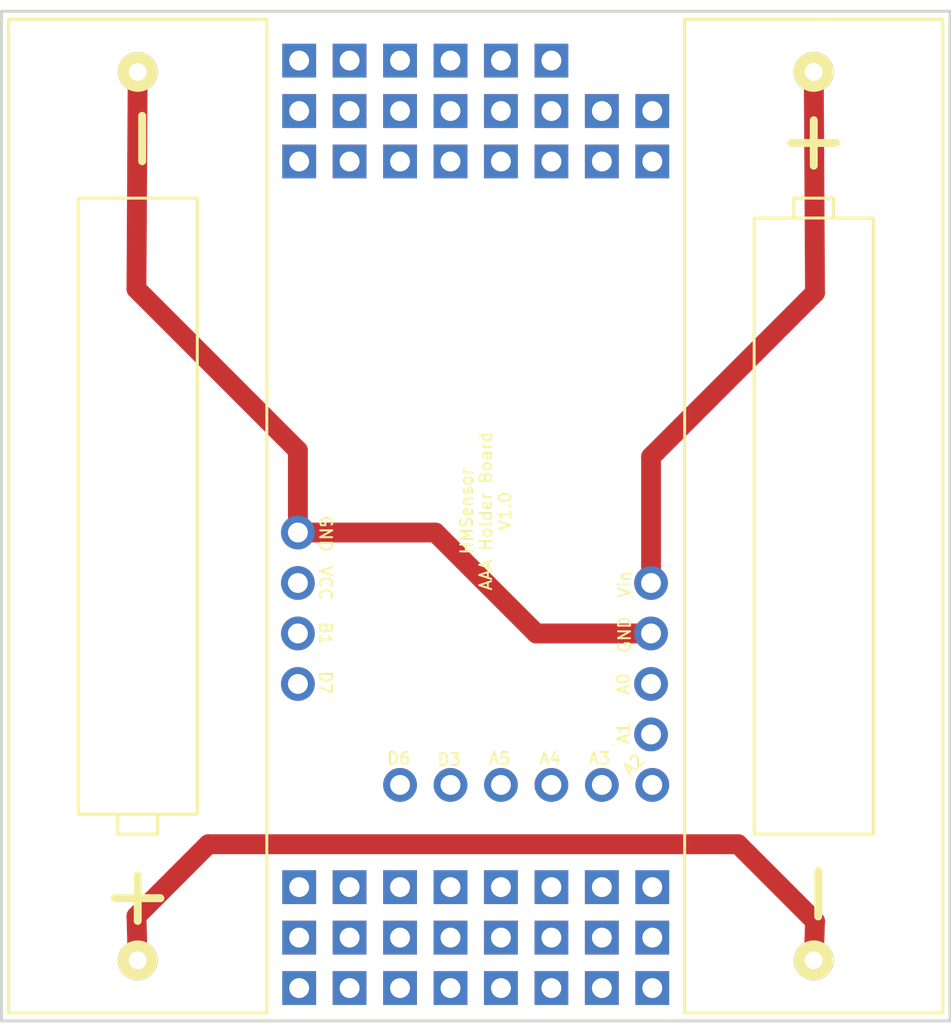
<source format=kicad_pcb>
(kicad_pcb (version 4) (host pcbnew 4.0.2-stable)

  (general
    (links 3)
    (no_connects 0)
    (area 155.880999 84.760999 203.783001 135.711001)
    (thickness 1.6)
    (drawings 19)
    (tracks 14)
    (zones 0)
    (modules 53)
    (nets 14)
  )

  (page A4)
  (layers
    (0 F.Cu signal)
    (31 B.Cu signal)
    (32 B.Adhes user)
    (33 F.Adhes user)
    (34 B.Paste user)
    (35 F.Paste user)
    (36 B.SilkS user)
    (37 F.SilkS user)
    (38 B.Mask user)
    (39 F.Mask user)
    (40 Dwgs.User user)
    (41 Cmts.User user)
    (42 Eco1.User user)
    (43 Eco2.User user)
    (44 Edge.Cuts user)
    (45 Margin user)
    (46 B.CrtYd user)
    (47 F.CrtYd user)
    (48 B.Fab user)
    (49 F.Fab user)
  )

  (setup
    (last_trace_width 0.25)
    (user_trace_width 1)
    (trace_clearance 0.2)
    (zone_clearance 0.508)
    (zone_45_only yes)
    (trace_min 0.2)
    (segment_width 0.2)
    (edge_width 0.15)
    (via_size 0.6)
    (via_drill 0.4)
    (via_min_size 0.4)
    (via_min_drill 0.3)
    (uvia_size 0.3)
    (uvia_drill 0.1)
    (uvias_allowed no)
    (uvia_min_size 0.2)
    (uvia_min_drill 0.1)
    (pcb_text_width 0.3)
    (pcb_text_size 1.5 1.5)
    (mod_edge_width 0.15)
    (mod_text_size 1 1)
    (mod_text_width 0.15)
    (pad_size 2 2)
    (pad_drill 0.9)
    (pad_to_mask_clearance 0.2)
    (aux_axis_origin 0 0)
    (visible_elements 7FFFFF7F)
    (pcbplotparams
      (layerselection 0x010f0_80000001)
      (usegerberextensions true)
      (excludeedgelayer true)
      (linewidth 0.100000)
      (plotframeref false)
      (viasonmask false)
      (mode 1)
      (useauxorigin false)
      (hpglpennumber 1)
      (hpglpenspeed 20)
      (hpglpendiameter 15)
      (hpglpenoverlay 2)
      (psnegative false)
      (psa4output false)
      (plotreference true)
      (plotvalue true)
      (plotinvisibletext false)
      (padsonsilk false)
      (subtractmaskfromsilk false)
      (outputformat 1)
      (mirror false)
      (drillshape 0)
      (scaleselection 1)
      (outputdirectory gerber/))
  )

  (net 0 "")
  (net 1 GND)
  (net 2 /A0)
  (net 3 /A1)
  (net 4 /A2)
  (net 5 /D3)
  (net 6 /A3)
  (net 7 /A4)
  (net 8 /A5)
  (net 9 /D6)
  (net 10 /Vin)
  (net 11 /D7)
  (net 12 /B1)
  (net 13 /VCC)

  (net_class Default "This is the default net class."
    (clearance 0.2)
    (trace_width 0.25)
    (via_dia 0.6)
    (via_drill 0.4)
    (uvia_dia 0.3)
    (uvia_drill 0.1)
    (add_net /A0)
    (add_net /A1)
    (add_net /A2)
    (add_net /A3)
    (add_net /A4)
    (add_net /A5)
    (add_net /B1)
    (add_net /D3)
    (add_net /D6)
    (add_net /D7)
    (add_net /VCC)
    (add_net /Vin)
    (add_net GND)
  )

  (net_class Fett ""
    (clearance 0.2)
    (trace_width 1)
    (via_dia 0.6)
    (via_drill 0.4)
    (uvia_dia 0.3)
    (uvia_drill 0.1)
  )

  (module Mounting_Holes:MountingHole_2.2mm_M2 (layer F.Cu) (tedit 592DBE53) (tstamp 595E03CA)
    (at 188.087 86.741)
    (descr "Mounting Hole 2.2mm, no annular, M2")
    (tags "mounting hole 2.2mm no annular m2")
    (fp_text reference REF** (at -0.127 4.826) (layer F.SilkS) hide
      (effects (font (size 1 1) (thickness 0.15)))
    )
    (fp_text value MountingHole_2.2mm_M2 (at 0 3.2) (layer F.Fab) hide
      (effects (font (size 1 1) (thickness 0.15)))
    )
    (fp_circle (center 0 0) (end 2.2 0) (layer Cmts.User) (width 0.15))
    (fp_circle (center 0 0) (end 2.45 0) (layer F.CrtYd) (width 0.05))
    (pad 1 np_thru_hole circle (at 0 0) (size 2.2 2.2) (drill 2.2) (layers *.Cu *.Mask))
  )

  (module Pin_Headers:Pin_Header_Straight_1x01_Pitch2.54mm (layer F.Cu) (tedit 595C989C) (tstamp 595C9F34)
    (at 170.942 92.3925)
    (descr "Through hole straight pin header, 1x01, 2.54mm pitch, single row")
    (tags "Through hole pin header THT 1x01 2.54mm single row")
    (fp_text reference REF**24 (at 0 -2.33) (layer F.SilkS) hide
      (effects (font (size 1 1) (thickness 0.15)))
    )
    (fp_text value Pin_Header_Straight_1x01_Pitch2.54mm (at 0 2.33) (layer F.Fab) hide
      (effects (font (size 1 1) (thickness 0.15)))
    )
    (fp_line (start -1.27 -1.27) (end -1.27 1.27) (layer F.Fab) (width 0.1))
    (fp_line (start -1.27 1.27) (end 1.27 1.27) (layer F.Fab) (width 0.1))
    (fp_line (start 1.27 1.27) (end 1.27 -1.27) (layer F.Fab) (width 0.1))
    (fp_line (start 1.27 -1.27) (end -1.27 -1.27) (layer F.Fab) (width 0.1))
    (fp_line (start -1.8 -1.8) (end -1.8 1.8) (layer F.CrtYd) (width 0.05))
    (fp_line (start -1.8 1.8) (end 1.8 1.8) (layer F.CrtYd) (width 0.05))
    (fp_line (start 1.8 1.8) (end 1.8 -1.8) (layer F.CrtYd) (width 0.05))
    (fp_line (start 1.8 -1.8) (end -1.8 -1.8) (layer F.CrtYd) (width 0.05))
    (pad 1 thru_hole rect (at 0 0) (size 1.7 1.7) (drill 1) (layers *.Cu *.Mask))
  )

  (module Pin_Headers:Pin_Header_Straight_1x01_Pitch2.54mm (layer F.Cu) (tedit 595C989C) (tstamp 595C9F28)
    (at 173.482 92.3925)
    (descr "Through hole straight pin header, 1x01, 2.54mm pitch, single row")
    (tags "Through hole pin header THT 1x01 2.54mm single row")
    (fp_text reference REF**23 (at 0 -2.33) (layer F.SilkS) hide
      (effects (font (size 1 1) (thickness 0.15)))
    )
    (fp_text value Pin_Header_Straight_1x01_Pitch2.54mm (at 0 2.33) (layer F.Fab) hide
      (effects (font (size 1 1) (thickness 0.15)))
    )
    (fp_line (start -1.27 -1.27) (end -1.27 1.27) (layer F.Fab) (width 0.1))
    (fp_line (start -1.27 1.27) (end 1.27 1.27) (layer F.Fab) (width 0.1))
    (fp_line (start 1.27 1.27) (end 1.27 -1.27) (layer F.Fab) (width 0.1))
    (fp_line (start 1.27 -1.27) (end -1.27 -1.27) (layer F.Fab) (width 0.1))
    (fp_line (start -1.8 -1.8) (end -1.8 1.8) (layer F.CrtYd) (width 0.05))
    (fp_line (start -1.8 1.8) (end 1.8 1.8) (layer F.CrtYd) (width 0.05))
    (fp_line (start 1.8 1.8) (end 1.8 -1.8) (layer F.CrtYd) (width 0.05))
    (fp_line (start 1.8 -1.8) (end -1.8 -1.8) (layer F.CrtYd) (width 0.05))
    (pad 1 thru_hole rect (at 0 0) (size 1.7 1.7) (drill 1) (layers *.Cu *.Mask))
  )

  (module Pin_Headers:Pin_Header_Straight_1x01_Pitch2.54mm (layer F.Cu) (tedit 595C989C) (tstamp 595C9F1C)
    (at 176.022 92.3925)
    (descr "Through hole straight pin header, 1x01, 2.54mm pitch, single row")
    (tags "Through hole pin header THT 1x01 2.54mm single row")
    (fp_text reference REF**22 (at 0 -2.33) (layer F.SilkS) hide
      (effects (font (size 1 1) (thickness 0.15)))
    )
    (fp_text value Pin_Header_Straight_1x01_Pitch2.54mm (at 0 2.33) (layer F.Fab) hide
      (effects (font (size 1 1) (thickness 0.15)))
    )
    (fp_line (start -1.27 -1.27) (end -1.27 1.27) (layer F.Fab) (width 0.1))
    (fp_line (start -1.27 1.27) (end 1.27 1.27) (layer F.Fab) (width 0.1))
    (fp_line (start 1.27 1.27) (end 1.27 -1.27) (layer F.Fab) (width 0.1))
    (fp_line (start 1.27 -1.27) (end -1.27 -1.27) (layer F.Fab) (width 0.1))
    (fp_line (start -1.8 -1.8) (end -1.8 1.8) (layer F.CrtYd) (width 0.05))
    (fp_line (start -1.8 1.8) (end 1.8 1.8) (layer F.CrtYd) (width 0.05))
    (fp_line (start 1.8 1.8) (end 1.8 -1.8) (layer F.CrtYd) (width 0.05))
    (fp_line (start 1.8 -1.8) (end -1.8 -1.8) (layer F.CrtYd) (width 0.05))
    (pad 1 thru_hole rect (at 0 0) (size 1.7 1.7) (drill 1) (layers *.Cu *.Mask))
  )

  (module Pin_Headers:Pin_Header_Straight_1x01_Pitch2.54mm (layer F.Cu) (tedit 595C989C) (tstamp 595C9F10)
    (at 178.562 92.3925)
    (descr "Through hole straight pin header, 1x01, 2.54mm pitch, single row")
    (tags "Through hole pin header THT 1x01 2.54mm single row")
    (fp_text reference REF**21 (at 0 -2.33) (layer F.SilkS) hide
      (effects (font (size 1 1) (thickness 0.15)))
    )
    (fp_text value Pin_Header_Straight_1x01_Pitch2.54mm (at 0 2.33) (layer F.Fab) hide
      (effects (font (size 1 1) (thickness 0.15)))
    )
    (fp_line (start -1.27 -1.27) (end -1.27 1.27) (layer F.Fab) (width 0.1))
    (fp_line (start -1.27 1.27) (end 1.27 1.27) (layer F.Fab) (width 0.1))
    (fp_line (start 1.27 1.27) (end 1.27 -1.27) (layer F.Fab) (width 0.1))
    (fp_line (start 1.27 -1.27) (end -1.27 -1.27) (layer F.Fab) (width 0.1))
    (fp_line (start -1.8 -1.8) (end -1.8 1.8) (layer F.CrtYd) (width 0.05))
    (fp_line (start -1.8 1.8) (end 1.8 1.8) (layer F.CrtYd) (width 0.05))
    (fp_line (start 1.8 1.8) (end 1.8 -1.8) (layer F.CrtYd) (width 0.05))
    (fp_line (start 1.8 -1.8) (end -1.8 -1.8) (layer F.CrtYd) (width 0.05))
    (pad 1 thru_hole rect (at 0 0) (size 1.7 1.7) (drill 1) (layers *.Cu *.Mask))
  )

  (module Pin_Headers:Pin_Header_Straight_1x01_Pitch2.54mm (layer F.Cu) (tedit 595C989C) (tstamp 595C9F04)
    (at 181.102 92.3925)
    (descr "Through hole straight pin header, 1x01, 2.54mm pitch, single row")
    (tags "Through hole pin header THT 1x01 2.54mm single row")
    (fp_text reference REF**20 (at 0 -2.33) (layer F.SilkS) hide
      (effects (font (size 1 1) (thickness 0.15)))
    )
    (fp_text value Pin_Header_Straight_1x01_Pitch2.54mm (at 0 2.33) (layer F.Fab) hide
      (effects (font (size 1 1) (thickness 0.15)))
    )
    (fp_line (start -1.27 -1.27) (end -1.27 1.27) (layer F.Fab) (width 0.1))
    (fp_line (start -1.27 1.27) (end 1.27 1.27) (layer F.Fab) (width 0.1))
    (fp_line (start 1.27 1.27) (end 1.27 -1.27) (layer F.Fab) (width 0.1))
    (fp_line (start 1.27 -1.27) (end -1.27 -1.27) (layer F.Fab) (width 0.1))
    (fp_line (start -1.8 -1.8) (end -1.8 1.8) (layer F.CrtYd) (width 0.05))
    (fp_line (start -1.8 1.8) (end 1.8 1.8) (layer F.CrtYd) (width 0.05))
    (fp_line (start 1.8 1.8) (end 1.8 -1.8) (layer F.CrtYd) (width 0.05))
    (fp_line (start 1.8 -1.8) (end -1.8 -1.8) (layer F.CrtYd) (width 0.05))
    (pad 1 thru_hole rect (at 0 0) (size 1.7 1.7) (drill 1) (layers *.Cu *.Mask))
  )

  (module Pin_Headers:Pin_Header_Straight_1x01_Pitch2.54mm (layer F.Cu) (tedit 595C989C) (tstamp 595C9EF8)
    (at 183.642 92.3925)
    (descr "Through hole straight pin header, 1x01, 2.54mm pitch, single row")
    (tags "Through hole pin header THT 1x01 2.54mm single row")
    (fp_text reference REF**19 (at 0 -2.33) (layer F.SilkS) hide
      (effects (font (size 1 1) (thickness 0.15)))
    )
    (fp_text value Pin_Header_Straight_1x01_Pitch2.54mm (at 0 2.33) (layer F.Fab) hide
      (effects (font (size 1 1) (thickness 0.15)))
    )
    (fp_line (start -1.27 -1.27) (end -1.27 1.27) (layer F.Fab) (width 0.1))
    (fp_line (start -1.27 1.27) (end 1.27 1.27) (layer F.Fab) (width 0.1))
    (fp_line (start 1.27 1.27) (end 1.27 -1.27) (layer F.Fab) (width 0.1))
    (fp_line (start 1.27 -1.27) (end -1.27 -1.27) (layer F.Fab) (width 0.1))
    (fp_line (start -1.8 -1.8) (end -1.8 1.8) (layer F.CrtYd) (width 0.05))
    (fp_line (start -1.8 1.8) (end 1.8 1.8) (layer F.CrtYd) (width 0.05))
    (fp_line (start 1.8 1.8) (end 1.8 -1.8) (layer F.CrtYd) (width 0.05))
    (fp_line (start 1.8 -1.8) (end -1.8 -1.8) (layer F.CrtYd) (width 0.05))
    (pad 1 thru_hole rect (at 0 0) (size 1.7 1.7) (drill 1) (layers *.Cu *.Mask))
  )

  (module Pin_Headers:Pin_Header_Straight_1x01_Pitch2.54mm (layer F.Cu) (tedit 595C989C) (tstamp 595C9EEC)
    (at 186.182 92.3925)
    (descr "Through hole straight pin header, 1x01, 2.54mm pitch, single row")
    (tags "Through hole pin header THT 1x01 2.54mm single row")
    (fp_text reference REF**18 (at 0 -2.33) (layer F.SilkS) hide
      (effects (font (size 1 1) (thickness 0.15)))
    )
    (fp_text value Pin_Header_Straight_1x01_Pitch2.54mm (at 0 2.33) (layer F.Fab) hide
      (effects (font (size 1 1) (thickness 0.15)))
    )
    (fp_line (start -1.27 -1.27) (end -1.27 1.27) (layer F.Fab) (width 0.1))
    (fp_line (start -1.27 1.27) (end 1.27 1.27) (layer F.Fab) (width 0.1))
    (fp_line (start 1.27 1.27) (end 1.27 -1.27) (layer F.Fab) (width 0.1))
    (fp_line (start 1.27 -1.27) (end -1.27 -1.27) (layer F.Fab) (width 0.1))
    (fp_line (start -1.8 -1.8) (end -1.8 1.8) (layer F.CrtYd) (width 0.05))
    (fp_line (start -1.8 1.8) (end 1.8 1.8) (layer F.CrtYd) (width 0.05))
    (fp_line (start 1.8 1.8) (end 1.8 -1.8) (layer F.CrtYd) (width 0.05))
    (fp_line (start 1.8 -1.8) (end -1.8 -1.8) (layer F.CrtYd) (width 0.05))
    (pad 1 thru_hole rect (at 0 0) (size 1.7 1.7) (drill 1) (layers *.Cu *.Mask))
  )

  (module Pin_Headers:Pin_Header_Straight_1x01_Pitch2.54mm (layer F.Cu) (tedit 595C989C) (tstamp 595C9EE0)
    (at 188.722 92.3925)
    (descr "Through hole straight pin header, 1x01, 2.54mm pitch, single row")
    (tags "Through hole pin header THT 1x01 2.54mm single row")
    (fp_text reference REF**17 (at 0 -2.33) (layer F.SilkS) hide
      (effects (font (size 1 1) (thickness 0.15)))
    )
    (fp_text value Pin_Header_Straight_1x01_Pitch2.54mm (at 0 2.33) (layer F.Fab) hide
      (effects (font (size 1 1) (thickness 0.15)))
    )
    (fp_line (start -1.27 -1.27) (end -1.27 1.27) (layer F.Fab) (width 0.1))
    (fp_line (start -1.27 1.27) (end 1.27 1.27) (layer F.Fab) (width 0.1))
    (fp_line (start 1.27 1.27) (end 1.27 -1.27) (layer F.Fab) (width 0.1))
    (fp_line (start 1.27 -1.27) (end -1.27 -1.27) (layer F.Fab) (width 0.1))
    (fp_line (start -1.8 -1.8) (end -1.8 1.8) (layer F.CrtYd) (width 0.05))
    (fp_line (start -1.8 1.8) (end 1.8 1.8) (layer F.CrtYd) (width 0.05))
    (fp_line (start 1.8 1.8) (end 1.8 -1.8) (layer F.CrtYd) (width 0.05))
    (fp_line (start 1.8 -1.8) (end -1.8 -1.8) (layer F.CrtYd) (width 0.05))
    (pad 1 thru_hole rect (at 0 0) (size 1.7 1.7) (drill 1) (layers *.Cu *.Mask))
  )

  (module Pin_Headers:Pin_Header_Straight_1x01_Pitch2.54mm (layer F.Cu) (tedit 595C989C) (tstamp 595C9ED4)
    (at 170.942 89.8525)
    (descr "Through hole straight pin header, 1x01, 2.54mm pitch, single row")
    (tags "Through hole pin header THT 1x01 2.54mm single row")
    (fp_text reference REF**16 (at 0 -2.33) (layer F.SilkS) hide
      (effects (font (size 1 1) (thickness 0.15)))
    )
    (fp_text value Pin_Header_Straight_1x01_Pitch2.54mm (at 0 2.33) (layer F.Fab) hide
      (effects (font (size 1 1) (thickness 0.15)))
    )
    (fp_line (start -1.27 -1.27) (end -1.27 1.27) (layer F.Fab) (width 0.1))
    (fp_line (start -1.27 1.27) (end 1.27 1.27) (layer F.Fab) (width 0.1))
    (fp_line (start 1.27 1.27) (end 1.27 -1.27) (layer F.Fab) (width 0.1))
    (fp_line (start 1.27 -1.27) (end -1.27 -1.27) (layer F.Fab) (width 0.1))
    (fp_line (start -1.8 -1.8) (end -1.8 1.8) (layer F.CrtYd) (width 0.05))
    (fp_line (start -1.8 1.8) (end 1.8 1.8) (layer F.CrtYd) (width 0.05))
    (fp_line (start 1.8 1.8) (end 1.8 -1.8) (layer F.CrtYd) (width 0.05))
    (fp_line (start 1.8 -1.8) (end -1.8 -1.8) (layer F.CrtYd) (width 0.05))
    (pad 1 thru_hole rect (at 0 0) (size 1.7 1.7) (drill 1) (layers *.Cu *.Mask))
  )

  (module Pin_Headers:Pin_Header_Straight_1x01_Pitch2.54mm (layer F.Cu) (tedit 595C989C) (tstamp 595C9EC8)
    (at 173.482 89.8525)
    (descr "Through hole straight pin header, 1x01, 2.54mm pitch, single row")
    (tags "Through hole pin header THT 1x01 2.54mm single row")
    (fp_text reference REF**15 (at 0 -2.33) (layer F.SilkS) hide
      (effects (font (size 1 1) (thickness 0.15)))
    )
    (fp_text value Pin_Header_Straight_1x01_Pitch2.54mm (at 0 2.33) (layer F.Fab) hide
      (effects (font (size 1 1) (thickness 0.15)))
    )
    (fp_line (start -1.27 -1.27) (end -1.27 1.27) (layer F.Fab) (width 0.1))
    (fp_line (start -1.27 1.27) (end 1.27 1.27) (layer F.Fab) (width 0.1))
    (fp_line (start 1.27 1.27) (end 1.27 -1.27) (layer F.Fab) (width 0.1))
    (fp_line (start 1.27 -1.27) (end -1.27 -1.27) (layer F.Fab) (width 0.1))
    (fp_line (start -1.8 -1.8) (end -1.8 1.8) (layer F.CrtYd) (width 0.05))
    (fp_line (start -1.8 1.8) (end 1.8 1.8) (layer F.CrtYd) (width 0.05))
    (fp_line (start 1.8 1.8) (end 1.8 -1.8) (layer F.CrtYd) (width 0.05))
    (fp_line (start 1.8 -1.8) (end -1.8 -1.8) (layer F.CrtYd) (width 0.05))
    (pad 1 thru_hole rect (at 0 0) (size 1.7 1.7) (drill 1) (layers *.Cu *.Mask))
  )

  (module Pin_Headers:Pin_Header_Straight_1x01_Pitch2.54mm (layer F.Cu) (tedit 595C989C) (tstamp 595C9EBC)
    (at 176.022 89.8525)
    (descr "Through hole straight pin header, 1x01, 2.54mm pitch, single row")
    (tags "Through hole pin header THT 1x01 2.54mm single row")
    (fp_text reference REF**14 (at 0 -2.33) (layer F.SilkS) hide
      (effects (font (size 1 1) (thickness 0.15)))
    )
    (fp_text value Pin_Header_Straight_1x01_Pitch2.54mm (at 0 2.33) (layer F.Fab) hide
      (effects (font (size 1 1) (thickness 0.15)))
    )
    (fp_line (start -1.27 -1.27) (end -1.27 1.27) (layer F.Fab) (width 0.1))
    (fp_line (start -1.27 1.27) (end 1.27 1.27) (layer F.Fab) (width 0.1))
    (fp_line (start 1.27 1.27) (end 1.27 -1.27) (layer F.Fab) (width 0.1))
    (fp_line (start 1.27 -1.27) (end -1.27 -1.27) (layer F.Fab) (width 0.1))
    (fp_line (start -1.8 -1.8) (end -1.8 1.8) (layer F.CrtYd) (width 0.05))
    (fp_line (start -1.8 1.8) (end 1.8 1.8) (layer F.CrtYd) (width 0.05))
    (fp_line (start 1.8 1.8) (end 1.8 -1.8) (layer F.CrtYd) (width 0.05))
    (fp_line (start 1.8 -1.8) (end -1.8 -1.8) (layer F.CrtYd) (width 0.05))
    (pad 1 thru_hole rect (at 0 0) (size 1.7 1.7) (drill 1) (layers *.Cu *.Mask))
  )

  (module Pin_Headers:Pin_Header_Straight_1x01_Pitch2.54mm (layer F.Cu) (tedit 595C989C) (tstamp 595C9EB0)
    (at 178.562 89.8525)
    (descr "Through hole straight pin header, 1x01, 2.54mm pitch, single row")
    (tags "Through hole pin header THT 1x01 2.54mm single row")
    (fp_text reference REF**13 (at 0 -2.33) (layer F.SilkS) hide
      (effects (font (size 1 1) (thickness 0.15)))
    )
    (fp_text value Pin_Header_Straight_1x01_Pitch2.54mm (at 0 2.33) (layer F.Fab) hide
      (effects (font (size 1 1) (thickness 0.15)))
    )
    (fp_line (start -1.27 -1.27) (end -1.27 1.27) (layer F.Fab) (width 0.1))
    (fp_line (start -1.27 1.27) (end 1.27 1.27) (layer F.Fab) (width 0.1))
    (fp_line (start 1.27 1.27) (end 1.27 -1.27) (layer F.Fab) (width 0.1))
    (fp_line (start 1.27 -1.27) (end -1.27 -1.27) (layer F.Fab) (width 0.1))
    (fp_line (start -1.8 -1.8) (end -1.8 1.8) (layer F.CrtYd) (width 0.05))
    (fp_line (start -1.8 1.8) (end 1.8 1.8) (layer F.CrtYd) (width 0.05))
    (fp_line (start 1.8 1.8) (end 1.8 -1.8) (layer F.CrtYd) (width 0.05))
    (fp_line (start 1.8 -1.8) (end -1.8 -1.8) (layer F.CrtYd) (width 0.05))
    (pad 1 thru_hole rect (at 0 0) (size 1.7 1.7) (drill 1) (layers *.Cu *.Mask))
  )

  (module Pin_Headers:Pin_Header_Straight_1x01_Pitch2.54mm (layer F.Cu) (tedit 595C989C) (tstamp 595C9EA4)
    (at 181.102 89.8525)
    (descr "Through hole straight pin header, 1x01, 2.54mm pitch, single row")
    (tags "Through hole pin header THT 1x01 2.54mm single row")
    (fp_text reference REF**12 (at 0 -2.33) (layer F.SilkS) hide
      (effects (font (size 1 1) (thickness 0.15)))
    )
    (fp_text value Pin_Header_Straight_1x01_Pitch2.54mm (at 0 2.33) (layer F.Fab) hide
      (effects (font (size 1 1) (thickness 0.15)))
    )
    (fp_line (start -1.27 -1.27) (end -1.27 1.27) (layer F.Fab) (width 0.1))
    (fp_line (start -1.27 1.27) (end 1.27 1.27) (layer F.Fab) (width 0.1))
    (fp_line (start 1.27 1.27) (end 1.27 -1.27) (layer F.Fab) (width 0.1))
    (fp_line (start 1.27 -1.27) (end -1.27 -1.27) (layer F.Fab) (width 0.1))
    (fp_line (start -1.8 -1.8) (end -1.8 1.8) (layer F.CrtYd) (width 0.05))
    (fp_line (start -1.8 1.8) (end 1.8 1.8) (layer F.CrtYd) (width 0.05))
    (fp_line (start 1.8 1.8) (end 1.8 -1.8) (layer F.CrtYd) (width 0.05))
    (fp_line (start 1.8 -1.8) (end -1.8 -1.8) (layer F.CrtYd) (width 0.05))
    (pad 1 thru_hole rect (at 0 0) (size 1.7 1.7) (drill 1) (layers *.Cu *.Mask))
  )

  (module Pin_Headers:Pin_Header_Straight_1x01_Pitch2.54mm (layer F.Cu) (tedit 595C989C) (tstamp 595C9E98)
    (at 183.642 89.8525)
    (descr "Through hole straight pin header, 1x01, 2.54mm pitch, single row")
    (tags "Through hole pin header THT 1x01 2.54mm single row")
    (fp_text reference REF**11 (at 0 -2.33) (layer F.SilkS) hide
      (effects (font (size 1 1) (thickness 0.15)))
    )
    (fp_text value Pin_Header_Straight_1x01_Pitch2.54mm (at 0 2.33) (layer F.Fab) hide
      (effects (font (size 1 1) (thickness 0.15)))
    )
    (fp_line (start -1.27 -1.27) (end -1.27 1.27) (layer F.Fab) (width 0.1))
    (fp_line (start -1.27 1.27) (end 1.27 1.27) (layer F.Fab) (width 0.1))
    (fp_line (start 1.27 1.27) (end 1.27 -1.27) (layer F.Fab) (width 0.1))
    (fp_line (start 1.27 -1.27) (end -1.27 -1.27) (layer F.Fab) (width 0.1))
    (fp_line (start -1.8 -1.8) (end -1.8 1.8) (layer F.CrtYd) (width 0.05))
    (fp_line (start -1.8 1.8) (end 1.8 1.8) (layer F.CrtYd) (width 0.05))
    (fp_line (start 1.8 1.8) (end 1.8 -1.8) (layer F.CrtYd) (width 0.05))
    (fp_line (start 1.8 -1.8) (end -1.8 -1.8) (layer F.CrtYd) (width 0.05))
    (pad 1 thru_hole rect (at 0 0) (size 1.7 1.7) (drill 1) (layers *.Cu *.Mask))
  )

  (module Pin_Headers:Pin_Header_Straight_1x01_Pitch2.54mm (layer F.Cu) (tedit 595C989C) (tstamp 595C9E8C)
    (at 186.182 89.8525)
    (descr "Through hole straight pin header, 1x01, 2.54mm pitch, single row")
    (tags "Through hole pin header THT 1x01 2.54mm single row")
    (fp_text reference REF**10 (at 0 -2.33) (layer F.SilkS) hide
      (effects (font (size 1 1) (thickness 0.15)))
    )
    (fp_text value Pin_Header_Straight_1x01_Pitch2.54mm (at 0 2.33) (layer F.Fab) hide
      (effects (font (size 1 1) (thickness 0.15)))
    )
    (fp_line (start -1.27 -1.27) (end -1.27 1.27) (layer F.Fab) (width 0.1))
    (fp_line (start -1.27 1.27) (end 1.27 1.27) (layer F.Fab) (width 0.1))
    (fp_line (start 1.27 1.27) (end 1.27 -1.27) (layer F.Fab) (width 0.1))
    (fp_line (start 1.27 -1.27) (end -1.27 -1.27) (layer F.Fab) (width 0.1))
    (fp_line (start -1.8 -1.8) (end -1.8 1.8) (layer F.CrtYd) (width 0.05))
    (fp_line (start -1.8 1.8) (end 1.8 1.8) (layer F.CrtYd) (width 0.05))
    (fp_line (start 1.8 1.8) (end 1.8 -1.8) (layer F.CrtYd) (width 0.05))
    (fp_line (start 1.8 -1.8) (end -1.8 -1.8) (layer F.CrtYd) (width 0.05))
    (pad 1 thru_hole rect (at 0 0) (size 1.7 1.7) (drill 1) (layers *.Cu *.Mask))
  )

  (module Pin_Headers:Pin_Header_Straight_1x01_Pitch2.54mm (layer F.Cu) (tedit 595C989C) (tstamp 595C9E80)
    (at 188.722 89.8525)
    (descr "Through hole straight pin header, 1x01, 2.54mm pitch, single row")
    (tags "Through hole pin header THT 1x01 2.54mm single row")
    (fp_text reference REF**9 (at 0 -2.33) (layer F.SilkS) hide
      (effects (font (size 1 1) (thickness 0.15)))
    )
    (fp_text value Pin_Header_Straight_1x01_Pitch2.54mm (at 0 2.33) (layer F.Fab) hide
      (effects (font (size 1 1) (thickness 0.15)))
    )
    (fp_line (start -1.27 -1.27) (end -1.27 1.27) (layer F.Fab) (width 0.1))
    (fp_line (start -1.27 1.27) (end 1.27 1.27) (layer F.Fab) (width 0.1))
    (fp_line (start 1.27 1.27) (end 1.27 -1.27) (layer F.Fab) (width 0.1))
    (fp_line (start 1.27 -1.27) (end -1.27 -1.27) (layer F.Fab) (width 0.1))
    (fp_line (start -1.8 -1.8) (end -1.8 1.8) (layer F.CrtYd) (width 0.05))
    (fp_line (start -1.8 1.8) (end 1.8 1.8) (layer F.CrtYd) (width 0.05))
    (fp_line (start 1.8 1.8) (end 1.8 -1.8) (layer F.CrtYd) (width 0.05))
    (fp_line (start 1.8 -1.8) (end -1.8 -1.8) (layer F.CrtYd) (width 0.05))
    (pad 1 thru_hole rect (at 0 0) (size 1.7 1.7) (drill 1) (layers *.Cu *.Mask))
  )

  (module Pin_Headers:Pin_Header_Straight_1x01_Pitch2.54mm (layer F.Cu) (tedit 595C989C) (tstamp 595C9E74)
    (at 170.942 87.3125)
    (descr "Through hole straight pin header, 1x01, 2.54mm pitch, single row")
    (tags "Through hole pin header THT 1x01 2.54mm single row")
    (fp_text reference REF**8 (at 0 -2.33) (layer F.SilkS) hide
      (effects (font (size 1 1) (thickness 0.15)))
    )
    (fp_text value Pin_Header_Straight_1x01_Pitch2.54mm (at 0 2.33) (layer F.Fab) hide
      (effects (font (size 1 1) (thickness 0.15)))
    )
    (fp_line (start -1.27 -1.27) (end -1.27 1.27) (layer F.Fab) (width 0.1))
    (fp_line (start -1.27 1.27) (end 1.27 1.27) (layer F.Fab) (width 0.1))
    (fp_line (start 1.27 1.27) (end 1.27 -1.27) (layer F.Fab) (width 0.1))
    (fp_line (start 1.27 -1.27) (end -1.27 -1.27) (layer F.Fab) (width 0.1))
    (fp_line (start -1.8 -1.8) (end -1.8 1.8) (layer F.CrtYd) (width 0.05))
    (fp_line (start -1.8 1.8) (end 1.8 1.8) (layer F.CrtYd) (width 0.05))
    (fp_line (start 1.8 1.8) (end 1.8 -1.8) (layer F.CrtYd) (width 0.05))
    (fp_line (start 1.8 -1.8) (end -1.8 -1.8) (layer F.CrtYd) (width 0.05))
    (pad 1 thru_hole rect (at 0 0) (size 1.7 1.7) (drill 1) (layers *.Cu *.Mask))
  )

  (module Pin_Headers:Pin_Header_Straight_1x01_Pitch2.54mm (layer F.Cu) (tedit 595C989C) (tstamp 595C9E68)
    (at 173.482 87.3125)
    (descr "Through hole straight pin header, 1x01, 2.54mm pitch, single row")
    (tags "Through hole pin header THT 1x01 2.54mm single row")
    (fp_text reference REF**7 (at 0 -2.33) (layer F.SilkS) hide
      (effects (font (size 1 1) (thickness 0.15)))
    )
    (fp_text value Pin_Header_Straight_1x01_Pitch2.54mm (at 0 2.33) (layer F.Fab) hide
      (effects (font (size 1 1) (thickness 0.15)))
    )
    (fp_line (start -1.27 -1.27) (end -1.27 1.27) (layer F.Fab) (width 0.1))
    (fp_line (start -1.27 1.27) (end 1.27 1.27) (layer F.Fab) (width 0.1))
    (fp_line (start 1.27 1.27) (end 1.27 -1.27) (layer F.Fab) (width 0.1))
    (fp_line (start 1.27 -1.27) (end -1.27 -1.27) (layer F.Fab) (width 0.1))
    (fp_line (start -1.8 -1.8) (end -1.8 1.8) (layer F.CrtYd) (width 0.05))
    (fp_line (start -1.8 1.8) (end 1.8 1.8) (layer F.CrtYd) (width 0.05))
    (fp_line (start 1.8 1.8) (end 1.8 -1.8) (layer F.CrtYd) (width 0.05))
    (fp_line (start 1.8 -1.8) (end -1.8 -1.8) (layer F.CrtYd) (width 0.05))
    (pad 1 thru_hole rect (at 0 0) (size 1.7 1.7) (drill 1) (layers *.Cu *.Mask))
  )

  (module Pin_Headers:Pin_Header_Straight_1x01_Pitch2.54mm (layer F.Cu) (tedit 595C989C) (tstamp 595C9E5C)
    (at 176.022 87.3125)
    (descr "Through hole straight pin header, 1x01, 2.54mm pitch, single row")
    (tags "Through hole pin header THT 1x01 2.54mm single row")
    (fp_text reference REF**6 (at 0 -2.33) (layer F.SilkS) hide
      (effects (font (size 1 1) (thickness 0.15)))
    )
    (fp_text value Pin_Header_Straight_1x01_Pitch2.54mm (at 0 2.33) (layer F.Fab) hide
      (effects (font (size 1 1) (thickness 0.15)))
    )
    (fp_line (start -1.27 -1.27) (end -1.27 1.27) (layer F.Fab) (width 0.1))
    (fp_line (start -1.27 1.27) (end 1.27 1.27) (layer F.Fab) (width 0.1))
    (fp_line (start 1.27 1.27) (end 1.27 -1.27) (layer F.Fab) (width 0.1))
    (fp_line (start 1.27 -1.27) (end -1.27 -1.27) (layer F.Fab) (width 0.1))
    (fp_line (start -1.8 -1.8) (end -1.8 1.8) (layer F.CrtYd) (width 0.05))
    (fp_line (start -1.8 1.8) (end 1.8 1.8) (layer F.CrtYd) (width 0.05))
    (fp_line (start 1.8 1.8) (end 1.8 -1.8) (layer F.CrtYd) (width 0.05))
    (fp_line (start 1.8 -1.8) (end -1.8 -1.8) (layer F.CrtYd) (width 0.05))
    (pad 1 thru_hole rect (at 0 0) (size 1.7 1.7) (drill 1) (layers *.Cu *.Mask))
  )

  (module Pin_Headers:Pin_Header_Straight_1x01_Pitch2.54mm (layer F.Cu) (tedit 595C989C) (tstamp 595C9E50)
    (at 178.562 87.3125)
    (descr "Through hole straight pin header, 1x01, 2.54mm pitch, single row")
    (tags "Through hole pin header THT 1x01 2.54mm single row")
    (fp_text reference REF**5 (at 0 -2.33) (layer F.SilkS) hide
      (effects (font (size 1 1) (thickness 0.15)))
    )
    (fp_text value Pin_Header_Straight_1x01_Pitch2.54mm (at 0 2.33) (layer F.Fab) hide
      (effects (font (size 1 1) (thickness 0.15)))
    )
    (fp_line (start -1.27 -1.27) (end -1.27 1.27) (layer F.Fab) (width 0.1))
    (fp_line (start -1.27 1.27) (end 1.27 1.27) (layer F.Fab) (width 0.1))
    (fp_line (start 1.27 1.27) (end 1.27 -1.27) (layer F.Fab) (width 0.1))
    (fp_line (start 1.27 -1.27) (end -1.27 -1.27) (layer F.Fab) (width 0.1))
    (fp_line (start -1.8 -1.8) (end -1.8 1.8) (layer F.CrtYd) (width 0.05))
    (fp_line (start -1.8 1.8) (end 1.8 1.8) (layer F.CrtYd) (width 0.05))
    (fp_line (start 1.8 1.8) (end 1.8 -1.8) (layer F.CrtYd) (width 0.05))
    (fp_line (start 1.8 -1.8) (end -1.8 -1.8) (layer F.CrtYd) (width 0.05))
    (pad 1 thru_hole rect (at 0 0) (size 1.7 1.7) (drill 1) (layers *.Cu *.Mask))
  )

  (module Pin_Headers:Pin_Header_Straight_1x01_Pitch2.54mm (layer F.Cu) (tedit 595C989C) (tstamp 595C9E44)
    (at 181.102 87.3125)
    (descr "Through hole straight pin header, 1x01, 2.54mm pitch, single row")
    (tags "Through hole pin header THT 1x01 2.54mm single row")
    (fp_text reference REF**4 (at 0 -2.33) (layer F.SilkS) hide
      (effects (font (size 1 1) (thickness 0.15)))
    )
    (fp_text value Pin_Header_Straight_1x01_Pitch2.54mm (at 0 2.33) (layer F.Fab) hide
      (effects (font (size 1 1) (thickness 0.15)))
    )
    (fp_line (start -1.27 -1.27) (end -1.27 1.27) (layer F.Fab) (width 0.1))
    (fp_line (start -1.27 1.27) (end 1.27 1.27) (layer F.Fab) (width 0.1))
    (fp_line (start 1.27 1.27) (end 1.27 -1.27) (layer F.Fab) (width 0.1))
    (fp_line (start 1.27 -1.27) (end -1.27 -1.27) (layer F.Fab) (width 0.1))
    (fp_line (start -1.8 -1.8) (end -1.8 1.8) (layer F.CrtYd) (width 0.05))
    (fp_line (start -1.8 1.8) (end 1.8 1.8) (layer F.CrtYd) (width 0.05))
    (fp_line (start 1.8 1.8) (end 1.8 -1.8) (layer F.CrtYd) (width 0.05))
    (fp_line (start 1.8 -1.8) (end -1.8 -1.8) (layer F.CrtYd) (width 0.05))
    (pad 1 thru_hole rect (at 0 0) (size 1.7 1.7) (drill 1) (layers *.Cu *.Mask))
  )

  (module Pin_Headers:Pin_Header_Straight_1x01_Pitch2.54mm (layer F.Cu) (tedit 595C989C) (tstamp 595C9E38)
    (at 183.642 87.3125)
    (descr "Through hole straight pin header, 1x01, 2.54mm pitch, single row")
    (tags "Through hole pin header THT 1x01 2.54mm single row")
    (fp_text reference REF**3 (at 0 -2.33) (layer F.SilkS) hide
      (effects (font (size 1 1) (thickness 0.15)))
    )
    (fp_text value Pin_Header_Straight_1x01_Pitch2.54mm (at 0 2.33) (layer F.Fab) hide
      (effects (font (size 1 1) (thickness 0.15)))
    )
    (fp_line (start -1.27 -1.27) (end -1.27 1.27) (layer F.Fab) (width 0.1))
    (fp_line (start -1.27 1.27) (end 1.27 1.27) (layer F.Fab) (width 0.1))
    (fp_line (start 1.27 1.27) (end 1.27 -1.27) (layer F.Fab) (width 0.1))
    (fp_line (start 1.27 -1.27) (end -1.27 -1.27) (layer F.Fab) (width 0.1))
    (fp_line (start -1.8 -1.8) (end -1.8 1.8) (layer F.CrtYd) (width 0.05))
    (fp_line (start -1.8 1.8) (end 1.8 1.8) (layer F.CrtYd) (width 0.05))
    (fp_line (start 1.8 1.8) (end 1.8 -1.8) (layer F.CrtYd) (width 0.05))
    (fp_line (start 1.8 -1.8) (end -1.8 -1.8) (layer F.CrtYd) (width 0.05))
    (pad 1 thru_hole rect (at 0 0) (size 1.7 1.7) (drill 1) (layers *.Cu *.Mask))
  )

  (module Pin_Headers:Pin_Header_Straight_1x01_Pitch2.54mm (layer F.Cu) (tedit 595C989C) (tstamp 595C9DBE)
    (at 170.942 128.905)
    (descr "Through hole straight pin header, 1x01, 2.54mm pitch, single row")
    (tags "Through hole pin header THT 1x01 2.54mm single row")
    (fp_text reference REF**24 (at 0 -2.33) (layer F.SilkS) hide
      (effects (font (size 1 1) (thickness 0.15)))
    )
    (fp_text value Pin_Header_Straight_1x01_Pitch2.54mm (at 0 2.33) (layer F.Fab) hide
      (effects (font (size 1 1) (thickness 0.15)))
    )
    (fp_line (start -1.27 -1.27) (end -1.27 1.27) (layer F.Fab) (width 0.1))
    (fp_line (start -1.27 1.27) (end 1.27 1.27) (layer F.Fab) (width 0.1))
    (fp_line (start 1.27 1.27) (end 1.27 -1.27) (layer F.Fab) (width 0.1))
    (fp_line (start 1.27 -1.27) (end -1.27 -1.27) (layer F.Fab) (width 0.1))
    (fp_line (start -1.8 -1.8) (end -1.8 1.8) (layer F.CrtYd) (width 0.05))
    (fp_line (start -1.8 1.8) (end 1.8 1.8) (layer F.CrtYd) (width 0.05))
    (fp_line (start 1.8 1.8) (end 1.8 -1.8) (layer F.CrtYd) (width 0.05))
    (fp_line (start 1.8 -1.8) (end -1.8 -1.8) (layer F.CrtYd) (width 0.05))
    (pad 1 thru_hole rect (at 0 0) (size 1.7 1.7) (drill 1) (layers *.Cu *.Mask))
  )

  (module Pin_Headers:Pin_Header_Straight_1x01_Pitch2.54mm (layer F.Cu) (tedit 595C989C) (tstamp 595C9DB2)
    (at 173.482 128.905)
    (descr "Through hole straight pin header, 1x01, 2.54mm pitch, single row")
    (tags "Through hole pin header THT 1x01 2.54mm single row")
    (fp_text reference REF**23 (at 0 -2.33) (layer F.SilkS) hide
      (effects (font (size 1 1) (thickness 0.15)))
    )
    (fp_text value Pin_Header_Straight_1x01_Pitch2.54mm (at 0 2.33) (layer F.Fab) hide
      (effects (font (size 1 1) (thickness 0.15)))
    )
    (fp_line (start -1.27 -1.27) (end -1.27 1.27) (layer F.Fab) (width 0.1))
    (fp_line (start -1.27 1.27) (end 1.27 1.27) (layer F.Fab) (width 0.1))
    (fp_line (start 1.27 1.27) (end 1.27 -1.27) (layer F.Fab) (width 0.1))
    (fp_line (start 1.27 -1.27) (end -1.27 -1.27) (layer F.Fab) (width 0.1))
    (fp_line (start -1.8 -1.8) (end -1.8 1.8) (layer F.CrtYd) (width 0.05))
    (fp_line (start -1.8 1.8) (end 1.8 1.8) (layer F.CrtYd) (width 0.05))
    (fp_line (start 1.8 1.8) (end 1.8 -1.8) (layer F.CrtYd) (width 0.05))
    (fp_line (start 1.8 -1.8) (end -1.8 -1.8) (layer F.CrtYd) (width 0.05))
    (pad 1 thru_hole rect (at 0 0) (size 1.7 1.7) (drill 1) (layers *.Cu *.Mask))
  )

  (module Pin_Headers:Pin_Header_Straight_1x01_Pitch2.54mm (layer F.Cu) (tedit 595C989C) (tstamp 595C9DA6)
    (at 176.022 128.905)
    (descr "Through hole straight pin header, 1x01, 2.54mm pitch, single row")
    (tags "Through hole pin header THT 1x01 2.54mm single row")
    (fp_text reference REF**22 (at 0 -2.33) (layer F.SilkS) hide
      (effects (font (size 1 1) (thickness 0.15)))
    )
    (fp_text value Pin_Header_Straight_1x01_Pitch2.54mm (at 0 2.33) (layer F.Fab) hide
      (effects (font (size 1 1) (thickness 0.15)))
    )
    (fp_line (start -1.27 -1.27) (end -1.27 1.27) (layer F.Fab) (width 0.1))
    (fp_line (start -1.27 1.27) (end 1.27 1.27) (layer F.Fab) (width 0.1))
    (fp_line (start 1.27 1.27) (end 1.27 -1.27) (layer F.Fab) (width 0.1))
    (fp_line (start 1.27 -1.27) (end -1.27 -1.27) (layer F.Fab) (width 0.1))
    (fp_line (start -1.8 -1.8) (end -1.8 1.8) (layer F.CrtYd) (width 0.05))
    (fp_line (start -1.8 1.8) (end 1.8 1.8) (layer F.CrtYd) (width 0.05))
    (fp_line (start 1.8 1.8) (end 1.8 -1.8) (layer F.CrtYd) (width 0.05))
    (fp_line (start 1.8 -1.8) (end -1.8 -1.8) (layer F.CrtYd) (width 0.05))
    (pad 1 thru_hole rect (at 0 0) (size 1.7 1.7) (drill 1) (layers *.Cu *.Mask))
  )

  (module Pin_Headers:Pin_Header_Straight_1x01_Pitch2.54mm (layer F.Cu) (tedit 595C989C) (tstamp 595C9D9A)
    (at 178.562 128.905)
    (descr "Through hole straight pin header, 1x01, 2.54mm pitch, single row")
    (tags "Through hole pin header THT 1x01 2.54mm single row")
    (fp_text reference REF**21 (at 0 -2.33) (layer F.SilkS) hide
      (effects (font (size 1 1) (thickness 0.15)))
    )
    (fp_text value Pin_Header_Straight_1x01_Pitch2.54mm (at 0 2.33) (layer F.Fab) hide
      (effects (font (size 1 1) (thickness 0.15)))
    )
    (fp_line (start -1.27 -1.27) (end -1.27 1.27) (layer F.Fab) (width 0.1))
    (fp_line (start -1.27 1.27) (end 1.27 1.27) (layer F.Fab) (width 0.1))
    (fp_line (start 1.27 1.27) (end 1.27 -1.27) (layer F.Fab) (width 0.1))
    (fp_line (start 1.27 -1.27) (end -1.27 -1.27) (layer F.Fab) (width 0.1))
    (fp_line (start -1.8 -1.8) (end -1.8 1.8) (layer F.CrtYd) (width 0.05))
    (fp_line (start -1.8 1.8) (end 1.8 1.8) (layer F.CrtYd) (width 0.05))
    (fp_line (start 1.8 1.8) (end 1.8 -1.8) (layer F.CrtYd) (width 0.05))
    (fp_line (start 1.8 -1.8) (end -1.8 -1.8) (layer F.CrtYd) (width 0.05))
    (pad 1 thru_hole rect (at 0 0) (size 1.7 1.7) (drill 1) (layers *.Cu *.Mask))
  )

  (module Pin_Headers:Pin_Header_Straight_1x01_Pitch2.54mm (layer F.Cu) (tedit 595C989C) (tstamp 595C9D8E)
    (at 181.102 128.905)
    (descr "Through hole straight pin header, 1x01, 2.54mm pitch, single row")
    (tags "Through hole pin header THT 1x01 2.54mm single row")
    (fp_text reference REF**20 (at 0 -2.33) (layer F.SilkS) hide
      (effects (font (size 1 1) (thickness 0.15)))
    )
    (fp_text value Pin_Header_Straight_1x01_Pitch2.54mm (at 0 2.33) (layer F.Fab) hide
      (effects (font (size 1 1) (thickness 0.15)))
    )
    (fp_line (start -1.27 -1.27) (end -1.27 1.27) (layer F.Fab) (width 0.1))
    (fp_line (start -1.27 1.27) (end 1.27 1.27) (layer F.Fab) (width 0.1))
    (fp_line (start 1.27 1.27) (end 1.27 -1.27) (layer F.Fab) (width 0.1))
    (fp_line (start 1.27 -1.27) (end -1.27 -1.27) (layer F.Fab) (width 0.1))
    (fp_line (start -1.8 -1.8) (end -1.8 1.8) (layer F.CrtYd) (width 0.05))
    (fp_line (start -1.8 1.8) (end 1.8 1.8) (layer F.CrtYd) (width 0.05))
    (fp_line (start 1.8 1.8) (end 1.8 -1.8) (layer F.CrtYd) (width 0.05))
    (fp_line (start 1.8 -1.8) (end -1.8 -1.8) (layer F.CrtYd) (width 0.05))
    (pad 1 thru_hole rect (at 0 0) (size 1.7 1.7) (drill 1) (layers *.Cu *.Mask))
  )

  (module Pin_Headers:Pin_Header_Straight_1x01_Pitch2.54mm (layer F.Cu) (tedit 595C989C) (tstamp 595C9D82)
    (at 183.642 128.905)
    (descr "Through hole straight pin header, 1x01, 2.54mm pitch, single row")
    (tags "Through hole pin header THT 1x01 2.54mm single row")
    (fp_text reference REF**19 (at 0 -2.33) (layer F.SilkS) hide
      (effects (font (size 1 1) (thickness 0.15)))
    )
    (fp_text value Pin_Header_Straight_1x01_Pitch2.54mm (at 0 2.33) (layer F.Fab) hide
      (effects (font (size 1 1) (thickness 0.15)))
    )
    (fp_line (start -1.27 -1.27) (end -1.27 1.27) (layer F.Fab) (width 0.1))
    (fp_line (start -1.27 1.27) (end 1.27 1.27) (layer F.Fab) (width 0.1))
    (fp_line (start 1.27 1.27) (end 1.27 -1.27) (layer F.Fab) (width 0.1))
    (fp_line (start 1.27 -1.27) (end -1.27 -1.27) (layer F.Fab) (width 0.1))
    (fp_line (start -1.8 -1.8) (end -1.8 1.8) (layer F.CrtYd) (width 0.05))
    (fp_line (start -1.8 1.8) (end 1.8 1.8) (layer F.CrtYd) (width 0.05))
    (fp_line (start 1.8 1.8) (end 1.8 -1.8) (layer F.CrtYd) (width 0.05))
    (fp_line (start 1.8 -1.8) (end -1.8 -1.8) (layer F.CrtYd) (width 0.05))
    (pad 1 thru_hole rect (at 0 0) (size 1.7 1.7) (drill 1) (layers *.Cu *.Mask))
  )

  (module Pin_Headers:Pin_Header_Straight_1x01_Pitch2.54mm (layer F.Cu) (tedit 595C989C) (tstamp 595C9D76)
    (at 186.182 128.905)
    (descr "Through hole straight pin header, 1x01, 2.54mm pitch, single row")
    (tags "Through hole pin header THT 1x01 2.54mm single row")
    (fp_text reference REF**18 (at 0 -2.33) (layer F.SilkS) hide
      (effects (font (size 1 1) (thickness 0.15)))
    )
    (fp_text value Pin_Header_Straight_1x01_Pitch2.54mm (at 0 2.33) (layer F.Fab) hide
      (effects (font (size 1 1) (thickness 0.15)))
    )
    (fp_line (start -1.27 -1.27) (end -1.27 1.27) (layer F.Fab) (width 0.1))
    (fp_line (start -1.27 1.27) (end 1.27 1.27) (layer F.Fab) (width 0.1))
    (fp_line (start 1.27 1.27) (end 1.27 -1.27) (layer F.Fab) (width 0.1))
    (fp_line (start 1.27 -1.27) (end -1.27 -1.27) (layer F.Fab) (width 0.1))
    (fp_line (start -1.8 -1.8) (end -1.8 1.8) (layer F.CrtYd) (width 0.05))
    (fp_line (start -1.8 1.8) (end 1.8 1.8) (layer F.CrtYd) (width 0.05))
    (fp_line (start 1.8 1.8) (end 1.8 -1.8) (layer F.CrtYd) (width 0.05))
    (fp_line (start 1.8 -1.8) (end -1.8 -1.8) (layer F.CrtYd) (width 0.05))
    (pad 1 thru_hole rect (at 0 0) (size 1.7 1.7) (drill 1) (layers *.Cu *.Mask))
  )

  (module Pin_Headers:Pin_Header_Straight_1x01_Pitch2.54mm (layer F.Cu) (tedit 595C989C) (tstamp 595C9D6A)
    (at 188.722 128.905)
    (descr "Through hole straight pin header, 1x01, 2.54mm pitch, single row")
    (tags "Through hole pin header THT 1x01 2.54mm single row")
    (fp_text reference REF**17 (at 0 -2.33) (layer F.SilkS) hide
      (effects (font (size 1 1) (thickness 0.15)))
    )
    (fp_text value Pin_Header_Straight_1x01_Pitch2.54mm (at 0 2.33) (layer F.Fab) hide
      (effects (font (size 1 1) (thickness 0.15)))
    )
    (fp_line (start -1.27 -1.27) (end -1.27 1.27) (layer F.Fab) (width 0.1))
    (fp_line (start -1.27 1.27) (end 1.27 1.27) (layer F.Fab) (width 0.1))
    (fp_line (start 1.27 1.27) (end 1.27 -1.27) (layer F.Fab) (width 0.1))
    (fp_line (start 1.27 -1.27) (end -1.27 -1.27) (layer F.Fab) (width 0.1))
    (fp_line (start -1.8 -1.8) (end -1.8 1.8) (layer F.CrtYd) (width 0.05))
    (fp_line (start -1.8 1.8) (end 1.8 1.8) (layer F.CrtYd) (width 0.05))
    (fp_line (start 1.8 1.8) (end 1.8 -1.8) (layer F.CrtYd) (width 0.05))
    (fp_line (start 1.8 -1.8) (end -1.8 -1.8) (layer F.CrtYd) (width 0.05))
    (pad 1 thru_hole rect (at 0 0) (size 1.7 1.7) (drill 1) (layers *.Cu *.Mask))
  )

  (module Pin_Headers:Pin_Header_Straight_1x01_Pitch2.54mm (layer F.Cu) (tedit 595C989C) (tstamp 595C9D5E)
    (at 170.942 131.445)
    (descr "Through hole straight pin header, 1x01, 2.54mm pitch, single row")
    (tags "Through hole pin header THT 1x01 2.54mm single row")
    (fp_text reference REF**16 (at 0 -2.33) (layer F.SilkS) hide
      (effects (font (size 1 1) (thickness 0.15)))
    )
    (fp_text value Pin_Header_Straight_1x01_Pitch2.54mm (at 0 2.33) (layer F.Fab) hide
      (effects (font (size 1 1) (thickness 0.15)))
    )
    (fp_line (start -1.27 -1.27) (end -1.27 1.27) (layer F.Fab) (width 0.1))
    (fp_line (start -1.27 1.27) (end 1.27 1.27) (layer F.Fab) (width 0.1))
    (fp_line (start 1.27 1.27) (end 1.27 -1.27) (layer F.Fab) (width 0.1))
    (fp_line (start 1.27 -1.27) (end -1.27 -1.27) (layer F.Fab) (width 0.1))
    (fp_line (start -1.8 -1.8) (end -1.8 1.8) (layer F.CrtYd) (width 0.05))
    (fp_line (start -1.8 1.8) (end 1.8 1.8) (layer F.CrtYd) (width 0.05))
    (fp_line (start 1.8 1.8) (end 1.8 -1.8) (layer F.CrtYd) (width 0.05))
    (fp_line (start 1.8 -1.8) (end -1.8 -1.8) (layer F.CrtYd) (width 0.05))
    (pad 1 thru_hole rect (at 0 0) (size 1.7 1.7) (drill 1) (layers *.Cu *.Mask))
  )

  (module Pin_Headers:Pin_Header_Straight_1x01_Pitch2.54mm (layer F.Cu) (tedit 595C989C) (tstamp 595C9D52)
    (at 173.482 131.445)
    (descr "Through hole straight pin header, 1x01, 2.54mm pitch, single row")
    (tags "Through hole pin header THT 1x01 2.54mm single row")
    (fp_text reference REF**15 (at 0 -2.33) (layer F.SilkS) hide
      (effects (font (size 1 1) (thickness 0.15)))
    )
    (fp_text value Pin_Header_Straight_1x01_Pitch2.54mm (at 0 2.33) (layer F.Fab) hide
      (effects (font (size 1 1) (thickness 0.15)))
    )
    (fp_line (start -1.27 -1.27) (end -1.27 1.27) (layer F.Fab) (width 0.1))
    (fp_line (start -1.27 1.27) (end 1.27 1.27) (layer F.Fab) (width 0.1))
    (fp_line (start 1.27 1.27) (end 1.27 -1.27) (layer F.Fab) (width 0.1))
    (fp_line (start 1.27 -1.27) (end -1.27 -1.27) (layer F.Fab) (width 0.1))
    (fp_line (start -1.8 -1.8) (end -1.8 1.8) (layer F.CrtYd) (width 0.05))
    (fp_line (start -1.8 1.8) (end 1.8 1.8) (layer F.CrtYd) (width 0.05))
    (fp_line (start 1.8 1.8) (end 1.8 -1.8) (layer F.CrtYd) (width 0.05))
    (fp_line (start 1.8 -1.8) (end -1.8 -1.8) (layer F.CrtYd) (width 0.05))
    (pad 1 thru_hole rect (at 0 0) (size 1.7 1.7) (drill 1) (layers *.Cu *.Mask))
  )

  (module Pin_Headers:Pin_Header_Straight_1x01_Pitch2.54mm (layer F.Cu) (tedit 595C989C) (tstamp 595C9D46)
    (at 176.022 131.445)
    (descr "Through hole straight pin header, 1x01, 2.54mm pitch, single row")
    (tags "Through hole pin header THT 1x01 2.54mm single row")
    (fp_text reference REF**14 (at 0 -2.33) (layer F.SilkS) hide
      (effects (font (size 1 1) (thickness 0.15)))
    )
    (fp_text value Pin_Header_Straight_1x01_Pitch2.54mm (at 0 2.33) (layer F.Fab) hide
      (effects (font (size 1 1) (thickness 0.15)))
    )
    (fp_line (start -1.27 -1.27) (end -1.27 1.27) (layer F.Fab) (width 0.1))
    (fp_line (start -1.27 1.27) (end 1.27 1.27) (layer F.Fab) (width 0.1))
    (fp_line (start 1.27 1.27) (end 1.27 -1.27) (layer F.Fab) (width 0.1))
    (fp_line (start 1.27 -1.27) (end -1.27 -1.27) (layer F.Fab) (width 0.1))
    (fp_line (start -1.8 -1.8) (end -1.8 1.8) (layer F.CrtYd) (width 0.05))
    (fp_line (start -1.8 1.8) (end 1.8 1.8) (layer F.CrtYd) (width 0.05))
    (fp_line (start 1.8 1.8) (end 1.8 -1.8) (layer F.CrtYd) (width 0.05))
    (fp_line (start 1.8 -1.8) (end -1.8 -1.8) (layer F.CrtYd) (width 0.05))
    (pad 1 thru_hole rect (at 0 0) (size 1.7 1.7) (drill 1) (layers *.Cu *.Mask))
  )

  (module Pin_Headers:Pin_Header_Straight_1x01_Pitch2.54mm (layer F.Cu) (tedit 595C989C) (tstamp 595C9D3A)
    (at 178.562 131.445)
    (descr "Through hole straight pin header, 1x01, 2.54mm pitch, single row")
    (tags "Through hole pin header THT 1x01 2.54mm single row")
    (fp_text reference REF**13 (at 0 -2.33) (layer F.SilkS) hide
      (effects (font (size 1 1) (thickness 0.15)))
    )
    (fp_text value Pin_Header_Straight_1x01_Pitch2.54mm (at 0 2.33) (layer F.Fab) hide
      (effects (font (size 1 1) (thickness 0.15)))
    )
    (fp_line (start -1.27 -1.27) (end -1.27 1.27) (layer F.Fab) (width 0.1))
    (fp_line (start -1.27 1.27) (end 1.27 1.27) (layer F.Fab) (width 0.1))
    (fp_line (start 1.27 1.27) (end 1.27 -1.27) (layer F.Fab) (width 0.1))
    (fp_line (start 1.27 -1.27) (end -1.27 -1.27) (layer F.Fab) (width 0.1))
    (fp_line (start -1.8 -1.8) (end -1.8 1.8) (layer F.CrtYd) (width 0.05))
    (fp_line (start -1.8 1.8) (end 1.8 1.8) (layer F.CrtYd) (width 0.05))
    (fp_line (start 1.8 1.8) (end 1.8 -1.8) (layer F.CrtYd) (width 0.05))
    (fp_line (start 1.8 -1.8) (end -1.8 -1.8) (layer F.CrtYd) (width 0.05))
    (pad 1 thru_hole rect (at 0 0) (size 1.7 1.7) (drill 1) (layers *.Cu *.Mask))
  )

  (module Pin_Headers:Pin_Header_Straight_1x01_Pitch2.54mm (layer F.Cu) (tedit 595C989C) (tstamp 595C9D2E)
    (at 181.102 131.445)
    (descr "Through hole straight pin header, 1x01, 2.54mm pitch, single row")
    (tags "Through hole pin header THT 1x01 2.54mm single row")
    (fp_text reference REF**12 (at 0 -2.33) (layer F.SilkS) hide
      (effects (font (size 1 1) (thickness 0.15)))
    )
    (fp_text value Pin_Header_Straight_1x01_Pitch2.54mm (at 0 2.33) (layer F.Fab) hide
      (effects (font (size 1 1) (thickness 0.15)))
    )
    (fp_line (start -1.27 -1.27) (end -1.27 1.27) (layer F.Fab) (width 0.1))
    (fp_line (start -1.27 1.27) (end 1.27 1.27) (layer F.Fab) (width 0.1))
    (fp_line (start 1.27 1.27) (end 1.27 -1.27) (layer F.Fab) (width 0.1))
    (fp_line (start 1.27 -1.27) (end -1.27 -1.27) (layer F.Fab) (width 0.1))
    (fp_line (start -1.8 -1.8) (end -1.8 1.8) (layer F.CrtYd) (width 0.05))
    (fp_line (start -1.8 1.8) (end 1.8 1.8) (layer F.CrtYd) (width 0.05))
    (fp_line (start 1.8 1.8) (end 1.8 -1.8) (layer F.CrtYd) (width 0.05))
    (fp_line (start 1.8 -1.8) (end -1.8 -1.8) (layer F.CrtYd) (width 0.05))
    (pad 1 thru_hole rect (at 0 0) (size 1.7 1.7) (drill 1) (layers *.Cu *.Mask))
  )

  (module Pin_Headers:Pin_Header_Straight_1x01_Pitch2.54mm (layer F.Cu) (tedit 595C989C) (tstamp 595C9D22)
    (at 183.642 131.445)
    (descr "Through hole straight pin header, 1x01, 2.54mm pitch, single row")
    (tags "Through hole pin header THT 1x01 2.54mm single row")
    (fp_text reference REF**11 (at 0 -2.33) (layer F.SilkS) hide
      (effects (font (size 1 1) (thickness 0.15)))
    )
    (fp_text value Pin_Header_Straight_1x01_Pitch2.54mm (at 0 2.33) (layer F.Fab) hide
      (effects (font (size 1 1) (thickness 0.15)))
    )
    (fp_line (start -1.27 -1.27) (end -1.27 1.27) (layer F.Fab) (width 0.1))
    (fp_line (start -1.27 1.27) (end 1.27 1.27) (layer F.Fab) (width 0.1))
    (fp_line (start 1.27 1.27) (end 1.27 -1.27) (layer F.Fab) (width 0.1))
    (fp_line (start 1.27 -1.27) (end -1.27 -1.27) (layer F.Fab) (width 0.1))
    (fp_line (start -1.8 -1.8) (end -1.8 1.8) (layer F.CrtYd) (width 0.05))
    (fp_line (start -1.8 1.8) (end 1.8 1.8) (layer F.CrtYd) (width 0.05))
    (fp_line (start 1.8 1.8) (end 1.8 -1.8) (layer F.CrtYd) (width 0.05))
    (fp_line (start 1.8 -1.8) (end -1.8 -1.8) (layer F.CrtYd) (width 0.05))
    (pad 1 thru_hole rect (at 0 0) (size 1.7 1.7) (drill 1) (layers *.Cu *.Mask))
  )

  (module Pin_Headers:Pin_Header_Straight_1x01_Pitch2.54mm (layer F.Cu) (tedit 595C989C) (tstamp 595C9D16)
    (at 186.182 131.445)
    (descr "Through hole straight pin header, 1x01, 2.54mm pitch, single row")
    (tags "Through hole pin header THT 1x01 2.54mm single row")
    (fp_text reference REF**10 (at 0 -2.33) (layer F.SilkS) hide
      (effects (font (size 1 1) (thickness 0.15)))
    )
    (fp_text value Pin_Header_Straight_1x01_Pitch2.54mm (at 0 2.33) (layer F.Fab) hide
      (effects (font (size 1 1) (thickness 0.15)))
    )
    (fp_line (start -1.27 -1.27) (end -1.27 1.27) (layer F.Fab) (width 0.1))
    (fp_line (start -1.27 1.27) (end 1.27 1.27) (layer F.Fab) (width 0.1))
    (fp_line (start 1.27 1.27) (end 1.27 -1.27) (layer F.Fab) (width 0.1))
    (fp_line (start 1.27 -1.27) (end -1.27 -1.27) (layer F.Fab) (width 0.1))
    (fp_line (start -1.8 -1.8) (end -1.8 1.8) (layer F.CrtYd) (width 0.05))
    (fp_line (start -1.8 1.8) (end 1.8 1.8) (layer F.CrtYd) (width 0.05))
    (fp_line (start 1.8 1.8) (end 1.8 -1.8) (layer F.CrtYd) (width 0.05))
    (fp_line (start 1.8 -1.8) (end -1.8 -1.8) (layer F.CrtYd) (width 0.05))
    (pad 1 thru_hole rect (at 0 0) (size 1.7 1.7) (drill 1) (layers *.Cu *.Mask))
  )

  (module Pin_Headers:Pin_Header_Straight_1x01_Pitch2.54mm (layer F.Cu) (tedit 595C989C) (tstamp 595C9D0A)
    (at 188.722 131.445)
    (descr "Through hole straight pin header, 1x01, 2.54mm pitch, single row")
    (tags "Through hole pin header THT 1x01 2.54mm single row")
    (fp_text reference REF**9 (at 0 -2.33) (layer F.SilkS) hide
      (effects (font (size 1 1) (thickness 0.15)))
    )
    (fp_text value Pin_Header_Straight_1x01_Pitch2.54mm (at 0 2.33) (layer F.Fab) hide
      (effects (font (size 1 1) (thickness 0.15)))
    )
    (fp_line (start -1.27 -1.27) (end -1.27 1.27) (layer F.Fab) (width 0.1))
    (fp_line (start -1.27 1.27) (end 1.27 1.27) (layer F.Fab) (width 0.1))
    (fp_line (start 1.27 1.27) (end 1.27 -1.27) (layer F.Fab) (width 0.1))
    (fp_line (start 1.27 -1.27) (end -1.27 -1.27) (layer F.Fab) (width 0.1))
    (fp_line (start -1.8 -1.8) (end -1.8 1.8) (layer F.CrtYd) (width 0.05))
    (fp_line (start -1.8 1.8) (end 1.8 1.8) (layer F.CrtYd) (width 0.05))
    (fp_line (start 1.8 1.8) (end 1.8 -1.8) (layer F.CrtYd) (width 0.05))
    (fp_line (start 1.8 -1.8) (end -1.8 -1.8) (layer F.CrtYd) (width 0.05))
    (pad 1 thru_hole rect (at 0 0) (size 1.7 1.7) (drill 1) (layers *.Cu *.Mask))
  )

  (module Pin_Headers:Pin_Header_Straight_1x01_Pitch2.54mm (layer F.Cu) (tedit 595C989C) (tstamp 595C9CFE)
    (at 170.942 133.985)
    (descr "Through hole straight pin header, 1x01, 2.54mm pitch, single row")
    (tags "Through hole pin header THT 1x01 2.54mm single row")
    (fp_text reference REF**8 (at 0 -2.33) (layer F.SilkS) hide
      (effects (font (size 1 1) (thickness 0.15)))
    )
    (fp_text value Pin_Header_Straight_1x01_Pitch2.54mm (at 0 2.33) (layer F.Fab) hide
      (effects (font (size 1 1) (thickness 0.15)))
    )
    (fp_line (start -1.27 -1.27) (end -1.27 1.27) (layer F.Fab) (width 0.1))
    (fp_line (start -1.27 1.27) (end 1.27 1.27) (layer F.Fab) (width 0.1))
    (fp_line (start 1.27 1.27) (end 1.27 -1.27) (layer F.Fab) (width 0.1))
    (fp_line (start 1.27 -1.27) (end -1.27 -1.27) (layer F.Fab) (width 0.1))
    (fp_line (start -1.8 -1.8) (end -1.8 1.8) (layer F.CrtYd) (width 0.05))
    (fp_line (start -1.8 1.8) (end 1.8 1.8) (layer F.CrtYd) (width 0.05))
    (fp_line (start 1.8 1.8) (end 1.8 -1.8) (layer F.CrtYd) (width 0.05))
    (fp_line (start 1.8 -1.8) (end -1.8 -1.8) (layer F.CrtYd) (width 0.05))
    (pad 1 thru_hole rect (at 0 0) (size 1.7 1.7) (drill 1) (layers *.Cu *.Mask))
  )

  (module Pin_Headers:Pin_Header_Straight_1x01_Pitch2.54mm (layer F.Cu) (tedit 595C989C) (tstamp 595C9CF2)
    (at 173.482 133.985)
    (descr "Through hole straight pin header, 1x01, 2.54mm pitch, single row")
    (tags "Through hole pin header THT 1x01 2.54mm single row")
    (fp_text reference REF**7 (at 0 -2.33) (layer F.SilkS) hide
      (effects (font (size 1 1) (thickness 0.15)))
    )
    (fp_text value Pin_Header_Straight_1x01_Pitch2.54mm (at 0 2.33) (layer F.Fab) hide
      (effects (font (size 1 1) (thickness 0.15)))
    )
    (fp_line (start -1.27 -1.27) (end -1.27 1.27) (layer F.Fab) (width 0.1))
    (fp_line (start -1.27 1.27) (end 1.27 1.27) (layer F.Fab) (width 0.1))
    (fp_line (start 1.27 1.27) (end 1.27 -1.27) (layer F.Fab) (width 0.1))
    (fp_line (start 1.27 -1.27) (end -1.27 -1.27) (layer F.Fab) (width 0.1))
    (fp_line (start -1.8 -1.8) (end -1.8 1.8) (layer F.CrtYd) (width 0.05))
    (fp_line (start -1.8 1.8) (end 1.8 1.8) (layer F.CrtYd) (width 0.05))
    (fp_line (start 1.8 1.8) (end 1.8 -1.8) (layer F.CrtYd) (width 0.05))
    (fp_line (start 1.8 -1.8) (end -1.8 -1.8) (layer F.CrtYd) (width 0.05))
    (pad 1 thru_hole rect (at 0 0) (size 1.7 1.7) (drill 1) (layers *.Cu *.Mask))
  )

  (module Pin_Headers:Pin_Header_Straight_1x01_Pitch2.54mm (layer F.Cu) (tedit 595C989C) (tstamp 595C9CE6)
    (at 176.022 133.985)
    (descr "Through hole straight pin header, 1x01, 2.54mm pitch, single row")
    (tags "Through hole pin header THT 1x01 2.54mm single row")
    (fp_text reference REF**6 (at 0 -2.33) (layer F.SilkS) hide
      (effects (font (size 1 1) (thickness 0.15)))
    )
    (fp_text value Pin_Header_Straight_1x01_Pitch2.54mm (at 0 2.33) (layer F.Fab) hide
      (effects (font (size 1 1) (thickness 0.15)))
    )
    (fp_line (start -1.27 -1.27) (end -1.27 1.27) (layer F.Fab) (width 0.1))
    (fp_line (start -1.27 1.27) (end 1.27 1.27) (layer F.Fab) (width 0.1))
    (fp_line (start 1.27 1.27) (end 1.27 -1.27) (layer F.Fab) (width 0.1))
    (fp_line (start 1.27 -1.27) (end -1.27 -1.27) (layer F.Fab) (width 0.1))
    (fp_line (start -1.8 -1.8) (end -1.8 1.8) (layer F.CrtYd) (width 0.05))
    (fp_line (start -1.8 1.8) (end 1.8 1.8) (layer F.CrtYd) (width 0.05))
    (fp_line (start 1.8 1.8) (end 1.8 -1.8) (layer F.CrtYd) (width 0.05))
    (fp_line (start 1.8 -1.8) (end -1.8 -1.8) (layer F.CrtYd) (width 0.05))
    (pad 1 thru_hole rect (at 0 0) (size 1.7 1.7) (drill 1) (layers *.Cu *.Mask))
  )

  (module Pin_Headers:Pin_Header_Straight_1x01_Pitch2.54mm (layer F.Cu) (tedit 595C989C) (tstamp 595C9CDA)
    (at 178.562 133.985)
    (descr "Through hole straight pin header, 1x01, 2.54mm pitch, single row")
    (tags "Through hole pin header THT 1x01 2.54mm single row")
    (fp_text reference REF**5 (at 0 -2.33) (layer F.SilkS) hide
      (effects (font (size 1 1) (thickness 0.15)))
    )
    (fp_text value Pin_Header_Straight_1x01_Pitch2.54mm (at 0 2.33) (layer F.Fab) hide
      (effects (font (size 1 1) (thickness 0.15)))
    )
    (fp_line (start -1.27 -1.27) (end -1.27 1.27) (layer F.Fab) (width 0.1))
    (fp_line (start -1.27 1.27) (end 1.27 1.27) (layer F.Fab) (width 0.1))
    (fp_line (start 1.27 1.27) (end 1.27 -1.27) (layer F.Fab) (width 0.1))
    (fp_line (start 1.27 -1.27) (end -1.27 -1.27) (layer F.Fab) (width 0.1))
    (fp_line (start -1.8 -1.8) (end -1.8 1.8) (layer F.CrtYd) (width 0.05))
    (fp_line (start -1.8 1.8) (end 1.8 1.8) (layer F.CrtYd) (width 0.05))
    (fp_line (start 1.8 1.8) (end 1.8 -1.8) (layer F.CrtYd) (width 0.05))
    (fp_line (start 1.8 -1.8) (end -1.8 -1.8) (layer F.CrtYd) (width 0.05))
    (pad 1 thru_hole rect (at 0 0) (size 1.7 1.7) (drill 1) (layers *.Cu *.Mask))
  )

  (module Pin_Headers:Pin_Header_Straight_1x01_Pitch2.54mm (layer F.Cu) (tedit 595C989C) (tstamp 595C9CCE)
    (at 181.102 133.985)
    (descr "Through hole straight pin header, 1x01, 2.54mm pitch, single row")
    (tags "Through hole pin header THT 1x01 2.54mm single row")
    (fp_text reference REF**4 (at 0 -2.33) (layer F.SilkS) hide
      (effects (font (size 1 1) (thickness 0.15)))
    )
    (fp_text value Pin_Header_Straight_1x01_Pitch2.54mm (at 0 2.33) (layer F.Fab) hide
      (effects (font (size 1 1) (thickness 0.15)))
    )
    (fp_line (start -1.27 -1.27) (end -1.27 1.27) (layer F.Fab) (width 0.1))
    (fp_line (start -1.27 1.27) (end 1.27 1.27) (layer F.Fab) (width 0.1))
    (fp_line (start 1.27 1.27) (end 1.27 -1.27) (layer F.Fab) (width 0.1))
    (fp_line (start 1.27 -1.27) (end -1.27 -1.27) (layer F.Fab) (width 0.1))
    (fp_line (start -1.8 -1.8) (end -1.8 1.8) (layer F.CrtYd) (width 0.05))
    (fp_line (start -1.8 1.8) (end 1.8 1.8) (layer F.CrtYd) (width 0.05))
    (fp_line (start 1.8 1.8) (end 1.8 -1.8) (layer F.CrtYd) (width 0.05))
    (fp_line (start 1.8 -1.8) (end -1.8 -1.8) (layer F.CrtYd) (width 0.05))
    (pad 1 thru_hole rect (at 0 0) (size 1.7 1.7) (drill 1) (layers *.Cu *.Mask))
  )

  (module Pin_Headers:Pin_Header_Straight_1x01_Pitch2.54mm (layer F.Cu) (tedit 595C989C) (tstamp 595C9CC2)
    (at 183.642 133.985)
    (descr "Through hole straight pin header, 1x01, 2.54mm pitch, single row")
    (tags "Through hole pin header THT 1x01 2.54mm single row")
    (fp_text reference REF**3 (at 0 -2.33) (layer F.SilkS) hide
      (effects (font (size 1 1) (thickness 0.15)))
    )
    (fp_text value Pin_Header_Straight_1x01_Pitch2.54mm (at 0 2.33) (layer F.Fab) hide
      (effects (font (size 1 1) (thickness 0.15)))
    )
    (fp_line (start -1.27 -1.27) (end -1.27 1.27) (layer F.Fab) (width 0.1))
    (fp_line (start -1.27 1.27) (end 1.27 1.27) (layer F.Fab) (width 0.1))
    (fp_line (start 1.27 1.27) (end 1.27 -1.27) (layer F.Fab) (width 0.1))
    (fp_line (start 1.27 -1.27) (end -1.27 -1.27) (layer F.Fab) (width 0.1))
    (fp_line (start -1.8 -1.8) (end -1.8 1.8) (layer F.CrtYd) (width 0.05))
    (fp_line (start -1.8 1.8) (end 1.8 1.8) (layer F.CrtYd) (width 0.05))
    (fp_line (start 1.8 1.8) (end 1.8 -1.8) (layer F.CrtYd) (width 0.05))
    (fp_line (start 1.8 -1.8) (end -1.8 -1.8) (layer F.CrtYd) (width 0.05))
    (pad 1 thru_hole rect (at 0 0) (size 1.7 1.7) (drill 1) (layers *.Cu *.Mask))
  )

  (module Pin_Headers:Pin_Header_Straight_1x01_Pitch2.54mm (layer F.Cu) (tedit 595C989C) (tstamp 595C9CB6)
    (at 186.182 133.985)
    (descr "Through hole straight pin header, 1x01, 2.54mm pitch, single row")
    (tags "Through hole pin header THT 1x01 2.54mm single row")
    (fp_text reference REF**2 (at 0 -2.33) (layer F.SilkS) hide
      (effects (font (size 1 1) (thickness 0.15)))
    )
    (fp_text value Pin_Header_Straight_1x01_Pitch2.54mm (at 0 2.33) (layer F.Fab) hide
      (effects (font (size 1 1) (thickness 0.15)))
    )
    (fp_line (start -1.27 -1.27) (end -1.27 1.27) (layer F.Fab) (width 0.1))
    (fp_line (start -1.27 1.27) (end 1.27 1.27) (layer F.Fab) (width 0.1))
    (fp_line (start 1.27 1.27) (end 1.27 -1.27) (layer F.Fab) (width 0.1))
    (fp_line (start 1.27 -1.27) (end -1.27 -1.27) (layer F.Fab) (width 0.1))
    (fp_line (start -1.8 -1.8) (end -1.8 1.8) (layer F.CrtYd) (width 0.05))
    (fp_line (start -1.8 1.8) (end 1.8 1.8) (layer F.CrtYd) (width 0.05))
    (fp_line (start 1.8 1.8) (end 1.8 -1.8) (layer F.CrtYd) (width 0.05))
    (fp_line (start 1.8 -1.8) (end -1.8 -1.8) (layer F.CrtYd) (width 0.05))
    (pad 1 thru_hole rect (at 0 0) (size 1.7 1.7) (drill 1) (layers *.Cu *.Mask))
  )

  (module Pin_Headers:Pin_Header_Straight_1x01_Pitch2.54mm (layer F.Cu) (tedit 595C99E7) (tstamp 595C983A)
    (at 188.722 133.985)
    (descr "Through hole straight pin header, 1x01, 2.54mm pitch, single row")
    (tags "Through hole pin header THT 1x01 2.54mm single row")
    (fp_text reference REF**1 (at 0 -2.33) (layer F.SilkS) hide
      (effects (font (size 1 1) (thickness 0.15)))
    )
    (fp_text value Pin_Header_Straight_1x01_Pitch2.54mm (at 0 2.33) (layer F.Fab) hide
      (effects (font (size 1 1) (thickness 0.15)))
    )
    (fp_line (start -1.27 -1.27) (end -1.27 1.27) (layer F.Fab) (width 0.1))
    (fp_line (start -1.27 1.27) (end 1.27 1.27) (layer F.Fab) (width 0.1))
    (fp_line (start 1.27 1.27) (end 1.27 -1.27) (layer F.Fab) (width 0.1))
    (fp_line (start 1.27 -1.27) (end -1.27 -1.27) (layer F.Fab) (width 0.1))
    (fp_line (start -1.8 -1.8) (end -1.8 1.8) (layer F.CrtYd) (width 0.05))
    (fp_line (start -1.8 1.8) (end 1.8 1.8) (layer F.CrtYd) (width 0.05))
    (fp_line (start 1.8 1.8) (end 1.8 -1.8) (layer F.CrtYd) (width 0.05))
    (fp_line (start 1.8 -1.8) (end -1.8 -1.8) (layer F.CrtYd) (width 0.05))
    (pad 1 thru_hole rect (at 0 0) (size 1.7 1.7) (drill 1) (layers *.Cu *.Mask))
  )

  (module Pin_Headers:Pin_Header_Straight_1x04_Pitch2.54mm (layer F.Cu) (tedit 592ED70E) (tstamp 592ED7C4)
    (at 170.8785 111.0615)
    (descr "Through hole straight pin header, 1x04, 2.54mm pitch, single row")
    (tags "Through hole pin header THT 1x04 2.54mm single row")
    (path /592ED622)
    (fp_text reference P6 (at 0 -2.33) (layer F.SilkS) hide
      (effects (font (size 1 1) (thickness 0.15)))
    )
    (fp_text value Contacts (at 0 9.95) (layer F.Fab) hide
      (effects (font (size 1 1) (thickness 0.15)))
    )
    (fp_line (start -1.27 -1.27) (end -1.27 8.89) (layer F.Fab) (width 0.1))
    (fp_line (start -1.27 8.89) (end 1.27 8.89) (layer F.Fab) (width 0.1))
    (fp_line (start 1.27 8.89) (end 1.27 -1.27) (layer F.Fab) (width 0.1))
    (fp_line (start 1.27 -1.27) (end -1.27 -1.27) (layer F.Fab) (width 0.1))
    (fp_line (start -1.8 -1.8) (end -1.8 9.4) (layer F.CrtYd) (width 0.05))
    (fp_line (start -1.8 9.4) (end 1.8 9.4) (layer F.CrtYd) (width 0.05))
    (fp_line (start 1.8 9.4) (end 1.8 -1.8) (layer F.CrtYd) (width 0.05))
    (fp_line (start 1.8 -1.8) (end -1.8 -1.8) (layer F.CrtYd) (width 0.05))
    (pad 1 thru_hole circle (at 0 0) (size 1.7 1.7) (drill 1) (layers *.Cu *.Mask)
      (net 1 GND))
    (pad 2 thru_hole oval (at 0 2.54) (size 1.7 1.7) (drill 1) (layers *.Cu *.Mask)
      (net 13 /VCC))
    (pad 3 thru_hole oval (at 0 5.08) (size 1.7 1.7) (drill 1) (layers *.Cu *.Mask)
      (net 12 /B1))
    (pad 4 thru_hole oval (at 0 7.62) (size 1.7 1.7) (drill 1) (layers *.Cu *.Mask)
      (net 11 /D7))
  )

  (module Pin_Headers:Pin_Header_Straight_1x04_Pitch2.54mm (layer F.Cu) (tedit 595C9B90) (tstamp 591321B7)
    (at 188.6585 113.6015)
    (descr "Through hole straight pin header, 1x04, 2.54mm pitch, single row")
    (tags "Through hole pin header THT 1x04 2.54mm single row")
    (path /591069AF)
    (fp_text reference P1 (at 0 -2.33) (layer F.SilkS) hide
      (effects (font (size 1 1) (thickness 0.15)))
    )
    (fp_text value Contacts (at 0 9.95) (layer F.Fab) hide
      (effects (font (size 1 1) (thickness 0.15)))
    )
    (fp_line (start -1.27 -1.27) (end -1.27 8.89) (layer F.Fab) (width 0.1))
    (fp_line (start -1.27 8.89) (end 1.27 8.89) (layer F.Fab) (width 0.1))
    (fp_line (start 1.27 8.89) (end 1.27 -1.27) (layer F.Fab) (width 0.1))
    (fp_line (start 1.27 -1.27) (end -1.27 -1.27) (layer F.Fab) (width 0.1))
    (fp_line (start -1.8 -1.8) (end -1.8 9.4) (layer F.CrtYd) (width 0.05))
    (fp_line (start -1.8 9.4) (end 1.8 9.4) (layer F.CrtYd) (width 0.05))
    (fp_line (start 1.8 9.4) (end 1.8 -1.8) (layer F.CrtYd) (width 0.05))
    (fp_line (start 1.8 -1.8) (end -1.8 -1.8) (layer F.CrtYd) (width 0.05))
    (fp_text user %R (at 0 -2.33) (layer F.Fab) hide
      (effects (font (size 1 1) (thickness 0.15)))
    )
    (pad 1 thru_hole circle (at 0 0) (size 1.7 1.7) (drill 1) (layers *.Cu *.Mask)
      (net 10 /Vin) (zone_connect 2))
    (pad 2 thru_hole oval (at 0 2.54) (size 1.7 1.7) (drill 1) (layers *.Cu *.Mask)
      (net 1 GND))
    (pad 3 thru_hole oval (at 0 5.08) (size 1.7 1.7) (drill 1) (layers *.Cu *.Mask)
      (net 2 /A0))
    (pad 4 thru_hole oval (at 0 7.62) (size 1.7 1.7) (drill 1) (layers *.Cu *.Mask)
      (net 3 /A1))
  )

  (module Pin_Headers:Pin_Header_Straight_1x06_Pitch2.54mm (layer F.Cu) (tedit 592DBE62) (tstamp 591321D0)
    (at 188.722 123.7615 270)
    (descr "Through hole straight pin header, 1x06, 2.54mm pitch, single row")
    (tags "Through hole pin header THT 1x06 2.54mm single row")
    (path /59132195)
    (fp_text reference P2 (at 0 -2.33 270) (layer F.SilkS) hide
      (effects (font (size 1 1) (thickness 0.15)))
    )
    (fp_text value Contacts (at 0 15.03 270) (layer F.Fab) hide
      (effects (font (size 1 1) (thickness 0.15)))
    )
    (fp_line (start -1.27 -1.27) (end -1.27 13.97) (layer F.Fab) (width 0.1))
    (fp_line (start -1.27 13.97) (end 1.27 13.97) (layer F.Fab) (width 0.1))
    (fp_line (start 1.27 13.97) (end 1.27 -1.27) (layer F.Fab) (width 0.1))
    (fp_line (start 1.27 -1.27) (end -1.27 -1.27) (layer F.Fab) (width 0.1))
    (fp_line (start -1.8 -1.8) (end -1.8 14.5) (layer F.CrtYd) (width 0.05))
    (fp_line (start -1.8 14.5) (end 1.8 14.5) (layer F.CrtYd) (width 0.05))
    (fp_line (start 1.8 14.5) (end 1.8 -1.8) (layer F.CrtYd) (width 0.05))
    (fp_line (start 1.8 -1.8) (end -1.8 -1.8) (layer F.CrtYd) (width 0.05))
    (fp_text user %R (at 0 -2.33 270) (layer F.Fab) hide
      (effects (font (size 1 1) (thickness 0.15)))
    )
    (pad 1 thru_hole circle (at 0 0 270) (size 1.7 1.7) (drill 1) (layers *.Cu *.Mask)
      (net 4 /A2))
    (pad 2 thru_hole oval (at 0 2.54 270) (size 1.7 1.7) (drill 1) (layers *.Cu *.Mask)
      (net 6 /A3))
    (pad 3 thru_hole oval (at 0 5.08 270) (size 1.7 1.7) (drill 1) (layers *.Cu *.Mask)
      (net 7 /A4))
    (pad 4 thru_hole oval (at 0 7.62 270) (size 1.7 1.7) (drill 1) (layers *.Cu *.Mask)
      (net 8 /A5))
    (pad 5 thru_hole oval (at 0 10.16 270) (size 1.7 1.7) (drill 1) (layers *.Cu *.Mask)
      (net 5 /D3))
    (pad 6 thru_hole oval (at 0 12.7 270) (size 1.7 1.7) (drill 1) (layers *.Cu *.Mask)
      (net 9 /D6))
  )

  (module Mounting_Holes:MountingHole_2.2mm_M2 (layer F.Cu) (tedit 592DBE53) (tstamp 5911C9D5)
    (at 171.958 123.19)
    (descr "Mounting Hole 2.2mm, no annular, M2")
    (tags "mounting hole 2.2mm no annular m2")
    (fp_text reference REF** (at -0.127 4.826) (layer F.SilkS) hide
      (effects (font (size 1 1) (thickness 0.15)))
    )
    (fp_text value MountingHole_2.2mm_M2 (at 0 3.2) (layer F.Fab) hide
      (effects (font (size 1 1) (thickness 0.15)))
    )
    (fp_circle (center 0 0) (end 2.2 0) (layer Cmts.User) (width 0.15))
    (fp_circle (center 0 0) (end 2.45 0) (layer F.CrtYd) (width 0.05))
    (pad 1 np_thru_hole circle (at 0 0) (size 2.2 2.2) (drill 2.2) (layers *.Cu *.Mask))
  )

  (module Modules:AAA_Holder_Keystone2466 (layer F.Cu) (tedit 595C9E31) (tstamp 595C945C)
    (at 196.85 110.236)
    (fp_text reference REF** (at 0 0 90) (layer F.SilkS) hide
      (effects (font (size 1 1) (thickness 0.15)))
    )
    (fp_text value AAA_Holder_Keystone2466 (at 4.5 0 90) (layer F.Fab)
      (effects (font (size 1 1) (thickness 0.15)))
    )
    (fp_text user - (at 0 19 90) (layer F.SilkS)
      (effects (font (size 3 3) (thickness 0.4)))
    )
    (fp_line (start -1 -15) (end -1 -16) (layer F.SilkS) (width 0.15))
    (fp_line (start -1 -16) (end 1 -16) (layer F.SilkS) (width 0.15))
    (fp_line (start 1 -16) (end 1 -15) (layer F.SilkS) (width 0.15))
    (fp_line (start -3 -15) (end 3 -15) (layer F.SilkS) (width 0.15))
    (fp_line (start 3 -15) (end 3 16) (layer F.SilkS) (width 0.15))
    (fp_line (start 3 16) (end -3 16) (layer F.SilkS) (width 0.15))
    (fp_line (start -3 16) (end -3 -15) (layer F.SilkS) (width 0.15))
    (fp_text user + (at 0 -19) (layer F.SilkS)
      (effects (font (size 3 3) (thickness 0.4)))
    )
    (fp_line (start 0 -25) (end 6.5 -25) (layer F.SilkS) (width 0.15))
    (fp_line (start 6.5 -25) (end 6.5 25) (layer F.SilkS) (width 0.15))
    (fp_line (start 6.5 25) (end -6.5 25) (layer F.SilkS) (width 0.15))
    (fp_line (start -6.5 25) (end -6.5 -25) (layer F.SilkS) (width 0.15))
    (fp_line (start -6.5 -25) (end 0 -25) (layer F.SilkS) (width 0.15))
    (pad 1 thru_hole circle (at 0 -22.35) (size 2 2) (drill 0.9) (layers *.Cu *.Mask F.SilkS)
      (net 10 /Vin))
    (pad 2 thru_hole circle (at 0 22.35) (size 2 2) (drill 0.9) (layers *.Cu *.Mask F.SilkS))
    (model ../../../../../../Users/holger/kicad/3D/batteryholder/18650-single.wrl
      (at (xyz 1.36 0 0))
      (scale (xyz 0.25 0.25 0.25))
      (rotate (xyz -90 0 0))
    )
  )

  (module Modules:AAA_Holder_Keystone2466 (layer F.Cu) (tedit 595C9E36) (tstamp 595C94AC)
    (at 162.814 110.236 180)
    (fp_text reference REF** (at 0 0 270) (layer F.SilkS) hide
      (effects (font (size 1 1) (thickness 0.15)))
    )
    (fp_text value AAA_Holder_Keystone2466 (at 4.5 0 270) (layer F.Fab)
      (effects (font (size 1 1) (thickness 0.15)))
    )
    (fp_text user - (at 0 19 270) (layer F.SilkS)
      (effects (font (size 3 3) (thickness 0.4)))
    )
    (fp_line (start -1 -15) (end -1 -16) (layer F.SilkS) (width 0.15))
    (fp_line (start -1 -16) (end 1 -16) (layer F.SilkS) (width 0.15))
    (fp_line (start 1 -16) (end 1 -15) (layer F.SilkS) (width 0.15))
    (fp_line (start -3 -15) (end 3 -15) (layer F.SilkS) (width 0.15))
    (fp_line (start 3 -15) (end 3 16) (layer F.SilkS) (width 0.15))
    (fp_line (start 3 16) (end -3 16) (layer F.SilkS) (width 0.15))
    (fp_line (start -3 16) (end -3 -15) (layer F.SilkS) (width 0.15))
    (fp_text user + (at 0 -19 180) (layer F.SilkS)
      (effects (font (size 3 3) (thickness 0.4)))
    )
    (fp_line (start 0 -25) (end 6.5 -25) (layer F.SilkS) (width 0.15))
    (fp_line (start 6.5 -25) (end 6.5 25) (layer F.SilkS) (width 0.15))
    (fp_line (start 6.5 25) (end -6.5 25) (layer F.SilkS) (width 0.15))
    (fp_line (start -6.5 25) (end -6.5 -25) (layer F.SilkS) (width 0.15))
    (fp_line (start -6.5 -25) (end 0 -25) (layer F.SilkS) (width 0.15))
    (pad 1 thru_hole circle (at 0 -22.35 180) (size 2 2) (drill 0.9) (layers *.Cu *.Mask F.SilkS))
    (pad 2 thru_hole circle (at 0 22.35 180) (size 2 2) (drill 0.9) (layers *.Cu *.Mask F.SilkS)
      (net 1 GND))
    (model ../../../../../../Users/holger/kicad/3D/batteryholder/18650-single.wrl
      (at (xyz 1.36 0 0))
      (scale (xyz 0.25 0.25 0.25))
      (rotate (xyz -90 0 0))
    )
  )

  (gr_line (start 155.956 135.636) (end 155.956 84.836) (angle 90) (layer Edge.Cuts) (width 0.15))
  (gr_line (start 203.708 84.836) (end 203.708 135.636) (angle 90) (layer Edge.Cuts) (width 0.15))
  (gr_line (start 155.956 84.836) (end 203.708 84.836) (angle 90) (layer Edge.Cuts) (width 0.15))
  (gr_line (start 155.956 135.636) (end 203.708 135.636) (angle 90) (layer Edge.Cuts) (width 0.15))
  (gr_text D7 (at 172.2755 118.618 270) (layer F.SilkS)
    (effects (font (size 0.6 0.6) (thickness 0.1)))
  )
  (gr_text B1 (at 172.2755 116.1415 270) (layer F.SilkS)
    (effects (font (size 0.6 0.6) (thickness 0.1)))
  )
  (gr_text VCC (at 172.2755 113.6015 270) (layer F.SilkS)
    (effects (font (size 0.6 0.6) (thickness 0.1)))
  )
  (gr_text GND (at 172.2755 111.125 270) (layer F.SilkS)
    (effects (font (size 0.6 0.6) (thickness 0.1)))
  )
  (gr_text "HMSensor\nAAA Holder Board\nV1.0" (at 180.34 109.982 90) (layer F.SilkS)
    (effects (font (size 0.6 0.6) (thickness 0.1)))
  )
  (gr_text Vin (at 187.325 113.665 90) (layer F.SilkS)
    (effects (font (size 0.6 0.6) (thickness 0.1)))
  )
  (gr_text D6 (at 175.9585 122.428) (layer F.SilkS)
    (effects (font (size 0.6 0.6) (thickness 0.1)))
  )
  (gr_text D3 (at 178.4985 122.4915) (layer F.SilkS)
    (effects (font (size 0.6 0.6) (thickness 0.1)))
  )
  (gr_text A5 (at 181.0385 122.428) (layer F.SilkS)
    (effects (font (size 0.6 0.6) (thickness 0.1)))
  )
  (gr_text A4 (at 183.5785 122.428) (layer F.SilkS)
    (effects (font (size 0.6 0.6) (thickness 0.1)))
  )
  (gr_text A3 (at 186.055 122.428) (layer F.SilkS)
    (effects (font (size 0.6 0.6) (thickness 0.1)))
  )
  (gr_text A2 (at 187.7695 122.7455 45) (layer F.SilkS)
    (effects (font (size 0.6 0.6) (thickness 0.1)))
  )
  (gr_text A1 (at 187.2615 121.158 90) (layer F.SilkS)
    (effects (font (size 0.6 0.6) (thickness 0.1)))
  )
  (gr_text A0 (at 187.2615 118.6815 90) (layer F.SilkS)
    (effects (font (size 0.6 0.6) (thickness 0.1)))
  )
  (gr_text GND (at 187.325 116.205 90) (layer F.SilkS)
    (effects (font (size 0.6 0.6) (thickness 0.1)))
  )

  (segment (start 193.04 126.746) (end 196.9135 130.6195) (width 1) (layer F.Cu) (net 0))
  (segment (start 196.9135 130.6195) (end 196.85 132.586) (width 1) (layer F.Cu) (net 0) (status 20))
  (segment (start 166.37 126.746) (end 193.04 126.746) (width 1) (layer F.Cu) (net 0))
  (segment (start 162.7505 130.3655) (end 166.37 126.746) (width 1) (layer F.Cu) (net 0))
  (segment (start 162.814 132.586) (end 162.7505 130.3655) (width 1) (layer F.Cu) (net 0) (status 10))
  (segment (start 188.6585 116.1415) (end 182.88 116.1415) (width 1) (layer F.Cu) (net 1))
  (segment (start 170.8785 111.0615) (end 177.8 111.0615) (width 1) (layer F.Cu) (net 1))
  (segment (start 177.8 111.0615) (end 182.88 116.1415) (width 1) (layer F.Cu) (net 1))
  (segment (start 170.8785 111.0615) (end 170.8785 106.934) (width 1) (layer F.Cu) (net 1))
  (segment (start 162.814 87.886) (end 162.7505 98.806) (width 1) (layer F.Cu) (net 1) (status 10))
  (segment (start 162.7505 98.806) (end 170.8785 106.934) (width 1) (layer F.Cu) (net 1))
  (segment (start 188.6585 107.2515) (end 196.9135 98.9965) (width 1) (layer F.Cu) (net 10))
  (segment (start 196.9135 98.9965) (end 196.85 87.886) (width 1) (layer F.Cu) (net 10) (status 20))
  (segment (start 188.6585 113.6015) (end 188.6585 107.2515) (width 1) (layer F.Cu) (net 10))

)

</source>
